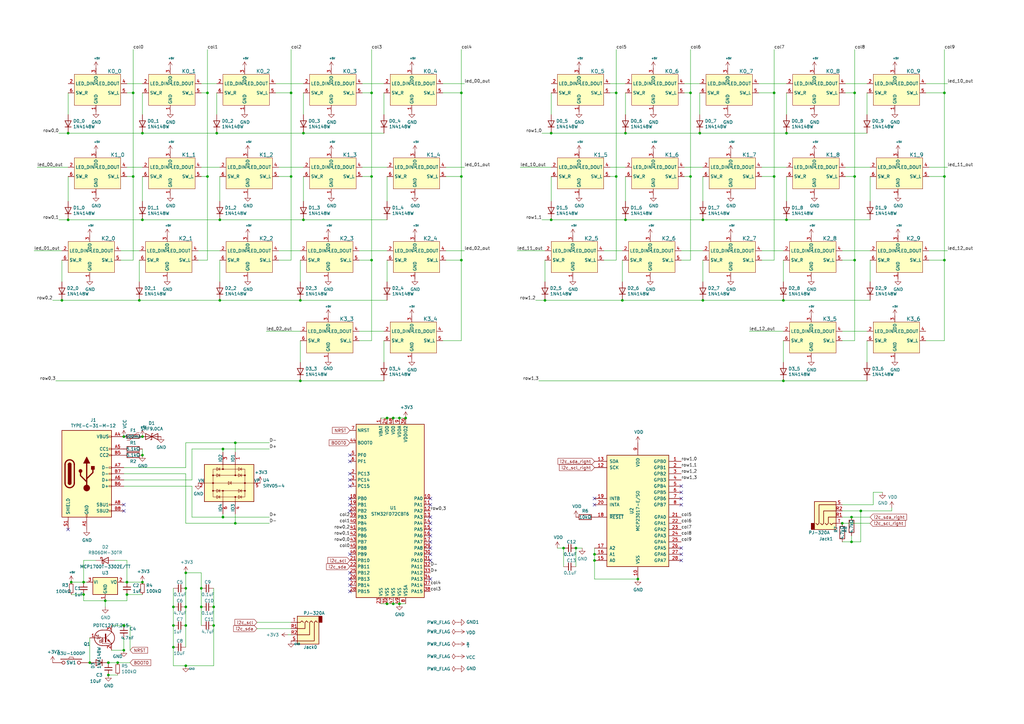
<source format=kicad_sch>
(kicad_sch (version 20230121) (generator eeschema)
  (paper "A3")
  (junction (at 189.23 38.1))
  (junction (at 87.63 248.92))
  (junction (at 256.54 90.17))
  (junction (at 252.73 72.39))
  (junction (at 90.17 123.19))
  (junction (at 96.52 214.63))
  (junction (at 71.12 256.54))
  (junction (at 58.42 186.69))
  (junction (at 152.4 106.68))
  (junction (at 58.42 90.17))
  (junction (at 91.44 212.09))
  (junction (at 50.8 179.07))
  (junction (at 387.35 106.68))
  (junction (at 161.29 171.45))
  (junction (at 256.54 54.61))
  (junction (at 236.22 224.79))
  (junction (at 223.52 123.19))
  (junction (at 322.58 54.61))
  (junction (at 353.06 209.55))
  (junction (at 85.09 38.1))
  (junction (at 52.07 238.76))
  (junction (at 243.84 229.87))
  (junction (at 58.42 238.76))
  (junction (at 189.23 72.39))
  (junction (at 288.29 90.17))
  (junction (at 27.94 54.61))
  (junction (at 288.29 123.19))
  (junction (at 226.06 54.61))
  (junction (at 124.46 54.61))
  (junction (at 71.12 248.92))
  (junction (at 158.75 247.65))
  (junction (at 163.83 171.45))
  (junction (at 283.21 38.1))
  (junction (at 261.62 237.49))
  (junction (at 123.19 123.19))
  (junction (at 189.23 106.68))
  (junction (at 322.58 90.17))
  (junction (at 163.83 247.65))
  (junction (at 321.31 156.21))
  (junction (at 255.27 123.19))
  (junction (at 166.37 171.45))
  (junction (at 85.09 72.39))
  (junction (at 349.25 222.25))
  (junction (at 27.94 90.17))
  (junction (at 50.8 266.7))
  (junction (at 158.75 171.45))
  (junction (at 25.4 123.19))
  (junction (at 317.5 38.1))
  (junction (at 88.9 54.61))
  (junction (at 58.42 179.07))
  (junction (at 54.61 38.1))
  (junction (at 58.42 54.61))
  (junction (at 48.26 271.78))
  (junction (at 317.5 72.39))
  (junction (at 283.21 72.39))
  (junction (at 243.84 227.33))
  (junction (at 119.38 38.1))
  (junction (at 91.44 184.15))
  (junction (at 76.2 248.92))
  (junction (at 252.73 38.1))
  (junction (at 76.2 241.3))
  (junction (at 57.15 123.19))
  (junction (at 119.38 72.39))
  (junction (at 29.21 238.76))
  (junction (at 96.52 181.61))
  (junction (at 387.35 38.1))
  (junction (at 54.61 72.39))
  (junction (at 350.52 106.68))
  (junction (at 152.4 38.1))
  (junction (at 82.55 241.3))
  (junction (at 43.18 246.38))
  (junction (at 161.29 247.65))
  (junction (at 34.29 238.76))
  (junction (at 350.52 38.1))
  (junction (at 124.46 90.17))
  (junction (at 231.14 224.79))
  (junction (at 76.2 234.95))
  (junction (at 50.8 256.54))
  (junction (at 287.02 54.61))
  (junction (at 52.07 243.84))
  (junction (at 387.35 72.39))
  (junction (at 226.06 90.17))
  (junction (at 44.45 276.86))
  (junction (at 44.45 271.78))
  (junction (at 90.17 90.17))
  (junction (at 350.52 72.39))
  (junction (at 36.83 271.78))
  (junction (at 34.29 243.84))
  (junction (at 123.19 156.21))
  (junction (at 321.31 123.19))
  (junction (at 76.2 273.05))
  (junction (at 345.44 214.63))
  (junction (at 152.4 72.39))
  (junction (at 82.55 248.92))
  (junction (at 71.12 265.43))
  (junction (at 87.63 256.54))
  (junction (at 76.2 256.54))
  (junction (at 349.25 212.09))
  (no_connect (at 176.53 204.47))
  (no_connect (at 143.51 189.23))
  (no_connect (at 143.51 234.95))
  (no_connect (at 279.4 199.39))
  (no_connect (at 176.53 237.49))
  (no_connect (at 243.84 204.47))
  (no_connect (at 143.51 240.03))
  (no_connect (at 143.51 209.55))
  (no_connect (at 143.51 204.47))
  (no_connect (at 176.53 222.25))
  (no_connect (at 279.4 224.79))
  (no_connect (at 143.51 207.01))
  (no_connect (at 176.53 207.01))
  (no_connect (at 143.51 242.57))
  (no_connect (at 176.53 217.17))
  (no_connect (at 279.4 207.01))
  (no_connect (at 27.94 217.17))
  (no_connect (at 176.53 219.71))
  (no_connect (at 279.4 227.33))
  (no_connect (at 176.53 212.09))
  (no_connect (at 279.4 204.47))
  (no_connect (at 143.51 237.49))
  (no_connect (at 176.53 214.63))
  (no_connect (at 243.84 207.01))
  (no_connect (at 143.51 199.39))
  (no_connect (at 50.8 209.55))
  (no_connect (at 143.51 194.31))
  (no_connect (at 176.53 224.79))
  (no_connect (at 143.51 186.69))
  (no_connect (at 279.4 201.93))
  (no_connect (at 176.53 229.87))
  (no_connect (at 143.51 196.85))
  (no_connect (at 176.53 227.33))
  (no_connect (at 279.4 229.87))
  (no_connect (at 143.51 227.33))
  (no_connect (at 50.8 207.01))
  (wire (pts (xy 156.21 171.45) (xy 158.75 171.45)))
  (wire (pts (xy 307.34 135.89) (xy 321.31 135.89)))
  (wire (pts (xy 96.52 214.63) (xy 110.49 214.63)))
  (wire (pts (xy 317.5 106.68) (xy 317.5 72.39)))
  (wire (pts (xy 85.09 38.1) (xy 85.09 20.32)))
  (wire (pts (xy 82.55 34.29) (xy 88.9 34.29)))
  (wire (pts (xy 252.73 106.68) (xy 252.73 72.39)))
  (wire (pts (xy 148.59 38.1) (xy 152.4 38.1)))
  (wire (pts (xy 283.21 106.68) (xy 283.21 72.39)))
  (wire (pts (xy 287.02 54.61) (xy 322.58 54.61)))
  (wire (pts (xy 356.87 106.68) (xy 356.87 115.57)))
  (wire (pts (xy 157.48 38.1) (xy 157.48 46.99)))
  (wire (pts (xy 226.06 72.39) (xy 226.06 82.55)))
  (wire (pts (xy 27.94 90.17) (xy 58.42 90.17)))
  (wire (pts (xy 379.73 38.1) (xy 387.35 38.1)))
  (wire (pts (xy 81.28 102.87) (xy 90.17 102.87)))
  (wire (pts (xy 71.12 273.05) (xy 76.2 273.05)))
  (wire (pts (xy 212.09 102.87) (xy 223.52 102.87)))
  (wire (pts (xy 54.61 20.32) (xy 54.61 38.1)))
  (wire (pts (xy 50.8 191.77) (xy 76.2 191.77)))
  (wire (pts (xy 52.07 38.1) (xy 54.61 38.1)))
  (wire (pts (xy 76.2 181.61) (xy 96.52 181.61)))
  (wire (pts (xy 50.8 194.31) (xy 76.2 194.31)))
  (wire (pts (xy 148.59 68.58) (xy 158.75 68.58)))
  (wire (pts (xy 379.73 34.29) (xy 388.62 34.29)))
  (wire (pts (xy 312.42 72.39) (xy 317.5 72.39)))
  (wire (pts (xy 53.34 266.7) (xy 53.34 256.54)))
  (wire (pts (xy 52.07 68.58) (xy 58.42 68.58)))
  (wire (pts (xy 250.19 68.58) (xy 256.54 68.58)))
  (wire (pts (xy 288.29 72.39) (xy 288.29 82.55)))
  (wire (pts (xy 25.4 106.68) (xy 25.4 115.57)))
  (wire (pts (xy 189.23 72.39) (xy 189.23 106.68)))
  (wire (pts (xy 321.31 123.19) (xy 356.87 123.19)))
  (wire (pts (xy 35.56 238.76) (xy 34.29 238.76)))
  (wire (pts (xy 78.74 199.39) (xy 78.74 212.09)))
  (wire (pts (xy 345.44 102.87) (xy 356.87 102.87)))
  (wire (pts (xy 58.42 38.1) (xy 58.42 46.99)))
  (wire (pts (xy 71.12 241.3) (xy 71.12 248.92)))
  (wire (pts (xy 158.75 72.39) (xy 158.75 82.55)))
  (wire (pts (xy 34.29 243.84) (xy 34.29 246.38)))
  (wire (pts (xy 288.29 123.19) (xy 321.31 123.19)))
  (wire (pts (xy 321.31 156.21) (xy 355.6 156.21)))
  (wire (pts (xy 27.94 72.39) (xy 27.94 82.55)))
  (wire (pts (xy 24.13 90.17) (xy 27.94 90.17)))
  (wire (pts (xy 243.84 227.33) (xy 243.84 229.87)))
  (wire (pts (xy 345.44 139.7) (xy 350.52 139.7)))
  (wire (pts (xy 21.59 123.19) (xy 25.4 123.19)))
  (wire (pts (xy 82.55 234.95) (xy 82.55 241.3)))
  (wire (pts (xy 34.29 238.76) (xy 34.29 229.87)))
  (wire (pts (xy 82.55 38.1) (xy 85.09 38.1)))
  (wire (pts (xy 349.25 219.71) (xy 349.25 222.25)))
  (wire (pts (xy 321.31 139.7) (xy 321.31 148.59)))
  (wire (pts (xy 113.03 38.1) (xy 119.38 38.1)))
  (wire (pts (xy 243.84 237.49) (xy 261.62 237.49)))
  (wire (pts (xy 353.06 209.55) (xy 365.76 209.55)))
  (wire (pts (xy 48.26 271.78) (xy 44.45 271.78)))
  (wire (pts (xy 119.38 106.68) (xy 119.38 72.39)))
  (wire (pts (xy 96.52 214.63) (xy 96.52 210.82)))
  (wire (pts (xy 152.4 72.39) (xy 152.4 106.68)))
  (wire (pts (xy 152.4 72.39) (xy 152.4 38.1)))
  (wire (pts (xy 387.35 72.39) (xy 387.35 38.1)))
  (wire (pts (xy 381 68.58) (xy 388.62 68.58)))
  (wire (pts (xy 181.61 139.7) (xy 189.23 139.7)))
  (wire (pts (xy 123.19 139.7) (xy 123.19 148.59)))
  (wire (pts (xy 96.52 181.61) (xy 96.52 185.42)))
  (wire (pts (xy 147.32 102.87) (xy 158.75 102.87)))
  (wire (pts (xy 76.2 194.31) (xy 76.2 214.63)))
  (wire (pts (xy 236.22 232.41) (xy 236.22 224.79)))
  (wire (pts (xy 387.35 38.1) (xy 387.35 20.32)))
  (wire (pts (xy 189.23 72.39) (xy 189.23 38.1)))
  (wire (pts (xy 228.6 224.79) (xy 231.14 224.79)))
  (wire (pts (xy 350.52 139.7) (xy 350.52 106.68)))
  (wire (pts (xy 226.06 54.61) (xy 256.54 54.61)))
  (wire (pts (xy 181.61 38.1) (xy 189.23 38.1)))
  (wire (pts (xy 76.2 191.77) (xy 76.2 181.61)))
  (wire (pts (xy 96.52 181.61) (xy 110.49 181.61)))
  (wire (pts (xy 356.87 72.39) (xy 356.87 82.55)))
  (wire (pts (xy 124.46 90.17) (xy 158.75 90.17)))
  (wire (pts (xy 87.63 248.92) (xy 87.63 241.3)))
  (wire (pts (xy 109.22 135.89) (xy 123.19 135.89)))
  (wire (pts (xy 350.52 38.1) (xy 350.52 20.32)))
  (wire (pts (xy 88.9 38.1) (xy 88.9 46.99)))
  (wire (pts (xy 34.29 229.87) (xy 39.37 229.87)))
  (wire (pts (xy 345.44 106.68) (xy 350.52 106.68)))
  (wire (pts (xy 44.45 276.86) (xy 48.26 276.86)))
  (wire (pts (xy 345.44 214.63) (xy 356.87 214.63)))
  (wire (pts (xy 322.58 54.61) (xy 355.6 54.61)))
  (wire (pts (xy 250.19 72.39) (xy 252.73 72.39)))
  (wire (pts (xy 119.38 72.39) (xy 119.38 38.1)))
  (wire (pts (xy 189.23 38.1) (xy 189.23 20.32)))
  (wire (pts (xy 76.2 241.3) (xy 76.2 234.95)))
  (wire (pts (xy 157.48 139.7) (xy 157.48 148.59)))
  (wire (pts (xy 322.58 90.17) (xy 356.87 90.17)))
  (wire (pts (xy 29.21 243.84) (xy 34.29 243.84)))
  (wire (pts (xy 250.19 34.29) (xy 256.54 34.29)))
  (wire (pts (xy 222.25 54.61) (xy 226.06 54.61)))
  (wire (pts (xy 50.8 196.85) (xy 78.74 196.85)))
  (wire (pts (xy 181.61 34.29) (xy 190.5 34.29)))
  (wire (pts (xy 49.53 106.68) (xy 54.61 106.68)))
  (wire (pts (xy 243.84 224.79) (xy 243.84 227.33)))
  (wire (pts (xy 91.44 212.09) (xy 91.44 210.82)))
  (wire (pts (xy 81.28 106.68) (xy 85.09 106.68)))
  (wire (pts (xy 147.32 135.89) (xy 157.48 135.89)))
  (wire (pts (xy 231.14 232.41) (xy 231.14 224.79)))
  (wire (pts (xy 353.06 222.25) (xy 353.06 209.55)))
  (wire (pts (xy 280.67 34.29) (xy 287.02 34.29)))
  (wire (pts (xy 50.8 199.39) (xy 78.74 199.39)))
  (wire (pts (xy 124.46 72.39) (xy 124.46 82.55)))
  (wire (pts (xy 27.94 54.61) (xy 58.42 54.61)))
  (wire (pts (xy 123.19 156.21) (xy 157.48 156.21)))
  (wire (pts (xy 255.27 123.19) (xy 288.29 123.19)))
  (wire (pts (xy 256.54 72.39) (xy 256.54 82.55)))
  (wire (pts (xy 219.71 123.19) (xy 223.52 123.19)))
  (wire (pts (xy 182.88 106.68) (xy 189.23 106.68)))
  (wire (pts (xy 156.21 247.65) (xy 158.75 247.65)))
  (wire (pts (xy 52.07 238.76) (xy 58.42 238.76)))
  (wire (pts (xy 53.34 256.54) (xy 50.8 256.54)))
  (wire (pts (xy 358.14 201.93) (xy 361.95 201.93)))
  (wire (pts (xy 34.29 246.38) (xy 43.18 246.38)))
  (wire (pts (xy 85.09 72.39) (xy 85.09 38.1)))
  (wire (pts (xy 57.15 106.68) (xy 57.15 115.57)))
  (wire (pts (xy 54.61 106.68) (xy 54.61 72.39)))
  (wire (pts (xy 312.42 68.58) (xy 322.58 68.58)))
  (wire (pts (xy 114.3 68.58) (xy 124.46 68.58)))
  (wire (pts (xy 45.72 266.7) (xy 50.8 266.7)))
  (wire (pts (xy 288.29 90.17) (xy 322.58 90.17)))
  (wire (pts (xy 124.46 38.1) (xy 124.46 46.99)))
  (wire (pts (xy 287.02 38.1) (xy 287.02 46.99)))
  (wire (pts (xy 283.21 72.39) (xy 283.21 38.1)))
  (wire (pts (xy 223.52 123.19) (xy 255.27 123.19)))
  (wire (pts (xy 182.88 102.87) (xy 190.5 102.87)))
  (wire (pts (xy 27.94 38.1) (xy 27.94 46.99)))
  (wire (pts (xy 255.27 106.68) (xy 255.27 115.57)))
  (wire (pts (xy 123.19 106.68) (xy 123.19 115.57)))
  (wire (pts (xy 87.63 256.54) (xy 87.63 248.92)))
  (wire (pts (xy 279.4 102.87) (xy 288.29 102.87)))
  (wire (pts (xy 58.42 90.17) (xy 90.17 90.17)))
  (wire (pts (xy 321.31 106.68) (xy 321.31 115.57)))
  (wire (pts (xy 114.3 102.87) (xy 123.19 102.87)))
  (wire (pts (xy 123.19 123.19) (xy 158.75 123.19)))
  (wire (pts (xy 50.8 238.76) (xy 52.07 238.76)))
  (wire (pts (xy 71.12 256.54) (xy 71.12 265.43)))
  (wire (pts (xy 88.9 54.61) (xy 124.46 54.61)))
  (wire (pts (xy 279.4 106.68) (xy 283.21 106.68)))
  (wire (pts (xy 147.32 106.68) (xy 152.4 106.68)))
  (wire (pts (xy 280.67 72.39) (xy 283.21 72.39)))
  (wire (pts (xy 355.6 38.1) (xy 355.6 46.99)))
  (wire (pts (xy 311.15 38.1) (xy 317.5 38.1)))
  (wire (pts (xy 158.75 171.45) (xy 161.29 171.45)))
  (wire (pts (xy 152.4 139.7) (xy 152.4 106.68)))
  (wire (pts (xy 158.75 106.68) (xy 158.75 115.57)))
  (wire (pts (xy 317.5 72.39) (xy 317.5 38.1)))
  (wire (pts (xy 24.13 54.61) (xy 27.94 54.61)))
  (wire (pts (xy 53.34 271.78) (xy 48.26 271.78)))
  (wire (pts (xy 82.55 68.58) (xy 90.17 68.58)))
  (wire (pts (xy 158.75 247.65) (xy 161.29 247.65)))
  (wire (pts (xy 76.2 234.95) (xy 82.55 234.95)))
  (wire (pts (xy 166.37 247.65) (xy 163.83 247.65)))
  (wire (pts (xy 119.38 260.35) (xy 118.11 260.35)))
  (wire (pts (xy 71.12 265.43) (xy 71.12 273.05)))
  (wire (pts (xy 45.72 256.54) (xy 50.8 256.54)))
  (wire (pts (xy 182.88 72.39) (xy 189.23 72.39)))
  (wire (pts (xy 52.07 246.38) (xy 52.07 243.84)))
  (wire (pts (xy 50.8 266.7) (xy 50.8 261.62)))
  (wire (pts (xy 381 106.68) (xy 387.35 106.68)))
  (wire (pts (xy 311.15 34.29) (xy 322.58 34.29)))
  (wire (pts (xy 15.24 68.58) (xy 27.94 68.58)))
  (wire (pts (xy 346.71 68.58) (xy 356.87 68.58)))
  (wire (pts (xy 124.46 54.61) (xy 157.48 54.61)))
  (wire (pts (xy 163.83 171.45) (xy 166.37 171.45)))
  (wire (pts (xy 355.6 139.7) (xy 355.6 148.59)))
  (wire (pts (xy 114.3 72.39) (xy 119.38 72.39)))
  (wire (pts (xy 152.4 38.1) (xy 152.4 20.32)))
  (wire (pts (xy 161.29 171.45) (xy 163.83 171.45)))
  (wire (pts (xy 22.86 156.21) (xy 123.19 156.21)))
  (wire (pts (xy 43.18 246.38) (xy 43.18 248.92)))
  (wire (pts (xy 71.12 248.92) (xy 71.12 256.54)))
  (wire (pts (xy 34.29 238.76) (xy 29.21 238.76)))
  (wire (pts (xy 247.65 102.87) (xy 255.27 102.87)))
  (wire (pts (xy 82.55 72.39) (xy 85.09 72.39)))
  (wire (pts (xy 49.53 102.87) (xy 57.15 102.87)))
  (wire (pts (xy 36.83 261.62) (xy 36.83 271.78)))
  (wire (pts (xy 52.07 34.29) (xy 58.42 34.29)))
  (wire (pts (xy 350.52 72.39) (xy 350.52 38.1)))
  (wire (pts (xy 379.73 139.7) (xy 387.35 139.7)))
  (wire (pts (xy 52.07 238.76) (xy 52.07 229.87)))
  (wire (pts (xy 58.42 54.61) (xy 88.9 54.61)))
  (wire (pts (xy 346.71 72.39) (xy 350.52 72.39)))
  (wire (pts (xy 243.84 229.87) (xy 243.84 237.49)))
  (wire (pts (xy 252.73 72.39) (xy 252.73 38.1)))
  (wire (pts (xy 189.23 139.7) (xy 189.23 106.68)))
  (wire (pts (xy 226.06 38.1) (xy 226.06 46.99)))
  (wire (pts (xy 387.35 72.39) (xy 387.35 106.68)))
  (wire (pts (xy 105.41 255.27) (xy 119.38 255.27)))
  (wire (pts (xy 82.55 248.92) (xy 82.55 256.54)))
  (wire (pts (xy 222.25 90.17) (xy 226.06 90.17)))
  (wire (pts (xy 349.25 222.25) (xy 345.44 222.25)))
  (wire (pts (xy 90.17 106.68) (xy 90.17 115.57)))
  (wire (pts (xy 322.58 38.1) (xy 322.58 46.99)))
  (wire (pts (xy 365.76 209.55) (xy 365.76 208.28)))
  (wire (pts (xy 322.58 72.39) (xy 322.58 82.55)))
  (wire (pts (xy 58.42 184.15) (xy 58.42 186.69)))
  (wire (pts (xy 345.44 212.09) (xy 349.25 212.09)))
  (wire (pts (xy 283.21 38.1) (xy 283.21 20.32)))
  (wire (pts (xy 76.2 214.63) (xy 96.52 214.63)))
  (wire (pts (xy 288.29 106.68) (xy 288.29 115.57)))
  (wire (pts (xy 252.73 20.32) (xy 252.73 38.1)))
  (wire (pts (xy 52.07 72.39) (xy 54.61 72.39)))
  (wire (pts (xy 317.5 38.1) (xy 317.5 20.32)))
  (wire (pts (xy 256.54 90.17) (xy 288.29 90.17)))
  (wire (pts (xy 43.18 246.38) (xy 52.07 246.38)))
  (wire (pts (xy 213.36 68.58) (xy 226.06 68.58)))
  (wire (pts (xy 90.17 72.39) (xy 90.17 82.55)))
  (wire (pts (xy 346.71 38.1) (xy 350.52 38.1)))
  (wire (pts (xy 147.32 139.7) (xy 152.4 139.7)))
  (wire (pts (xy 358.14 207.01) (xy 358.14 201.93)))
  (wire (pts (xy 256.54 54.61) (xy 287.02 54.61)))
  (wire (pts (xy 76.2 241.3) (xy 76.2 248.92)))
  (wire (pts (xy 76.2 248.92) (xy 76.2 256.54)))
  (wire (pts (xy 87.63 273.05) (xy 87.63 256.54)))
  (wire (pts (xy 387.35 139.7) (xy 387.35 106.68)))
  (wire (pts (xy 54.61 72.39) (xy 54.61 38.1)))
  (wire (pts (xy 350.52 72.39) (xy 350.52 106.68)))
  (wire (pts (xy 345.44 207.01) (xy 358.14 207.01)))
  (wire (pts (xy 91.44 184.15) (xy 91.44 185.42)))
  (wire (pts (xy 57.15 123.19) (xy 90.17 123.19)))
  (wire (pts (xy 85.09 106.68) (xy 85.09 72.39)))
  (wire (pts (xy 113.03 34.29) (xy 124.46 34.29)))
  (wire (pts (xy 223.52 106.68) (xy 223.52 115.57)))
  (wire (pts (xy 280.67 38.1) (xy 283.21 38.1)))
  (wire (pts (xy 346.71 34.29) (xy 355.6 34.29)))
  (wire (pts (xy 349.25 222.25) (xy 353.06 222.25)))
  (wire (pts (xy 148.59 72.39) (xy 152.4 72.39)))
  (wire (pts (xy 182.88 68.58) (xy 190.5 68.58)))
  (wire (pts (xy 90.17 123.19) (xy 123.19 123.19)))
  (wire (pts (xy 381 102.87) (xy 388.62 102.87)))
  (wire (pts (xy 91.44 184.15) (xy 110.49 184.15)))
  (wire (pts (xy 25.4 123.19) (xy 57.15 123.19)))
  (wire (pts (xy 312.42 102.87) (xy 321.31 102.87)))
  (wire (pts (xy 78.74 212.09) (xy 91.44 212.09)))
  (wire (pts (xy 52.07 243.84) (xy 58.42 243.84)))
  (wire (pts (xy 220.98 156.21) (xy 321.31 156.21)))
  (wire (pts (xy 78.74 184.15) (xy 91.44 184.15)))
  (wire (pts (xy 161.29 247.65) (xy 163.83 247.65)))
  (wire (pts (xy 78.74 196.85) (xy 78.74 184.15)))
  (wire (pts (xy 381 72.39) (xy 387.35 72.39)))
  (wire (pts (xy 76.2 256.54) (xy 76.2 265.43)))
  (wire (pts (xy 52.07 229.87) (xy 46.99 229.87)))
  (wire (pts (xy 345.44 135.89) (xy 355.6 135.89)))
  (wire (pts (xy 256.54 38.1) (xy 256.54 46.99)))
  (wire (pts (xy 114.3 106.68) (xy 119.38 106.68)))
  (wire (pts (xy 105.41 257.81) (xy 119.38 257.81)))
  (wire (pts (xy 250.19 38.1) (xy 252.73 38.1)))
  (wire (pts (xy 76.2 273.05) (xy 87.63 273.05)))
  (wire (pts (xy 238.76 224.79) (xy 236.22 224.79)))
  (wire (pts (xy 312.42 106.68) (xy 317.5 106.68)))
  (wire (pts (xy 349.25 212.09) (xy 356.87 212.09)))
  (wire (pts (xy 226.06 90.17) (xy 256.54 90.17)))
  (wire (pts (xy 119.38 38.1) (xy 119.38 20.32)))
  (wire (pts (xy 13.97 102.87) (xy 25.4 102.87)))
  (wire (pts (xy 247.65 106.68) (xy 252.73 106.68)))
  (wire (pts (xy 82.55 241.3) (xy 82.55 248.92)))
  (wire (pts (xy 91.44 212.09) (xy 110.49 212.09)))
  (wire (pts (xy 58.42 72.39) (xy 58.42 82.55)))
  (wire (pts (xy 90.17 90.17) (xy 124.46 90.17)))
  (wire (pts (xy 148.59 34.29) (xy 157.48 34.29)))
  (wire (pts (xy 345.44 209.55) (xy 353.06 209.55)))
  (wire (pts (xy 280.67 68.58) (xy 288.29 68.58)))
  (label "D-" (at 176.53 232.41 0))
  (label "col2" (at 119.38 20.32 0))
  (label "col8" (at 279.4 219.71 0))
  (label "row1,2" (at 219.71 123.19 180))
  (label "row0,1" (at 24.13 90.17 180))
  (label "col6" (at 279.4 214.63 0))
  (label "col5" (at 252.73 20.32 0))
  (label "D-" (at 110.49 214.63 0))
  (label "row0,1" (at 143.51 219.71 180))
  (label "row0,2" (at 21.59 123.19 180))
  (label "col3" (at 176.53 242.57 0))
  (label "row1,1" (at 222.25 90.17 180))
  (label "row1,2" (at 279.4 194.31 0))
  (label "led_10_out" (at 388.62 34.29 0))
  (label "row0,3" (at 176.53 209.55 0))
  (label "row0,2" (at 143.51 217.17 180))
  (label "row0,3" (at 22.86 156.21 180))
  (label "D+" (at 176.53 234.95 0))
  (label "row0,0" (at 24.13 54.61 180))
  (label "col4" (at 176.53 240.03 0))
  (label "col6" (at 283.21 20.32 0))
  (label "led_01_out" (at 190.5 68.58 0))
  (label "led_11_out" (at 212.09 102.87 0))
  (label "led_02_out" (at 190.5 102.87 0))
  (label "led_12_out" (at 388.62 102.87 0))
  (label "col8" (at 350.52 20.32 0))
  (label "row0,0" (at 143.51 222.25 180))
  (label "row1,0" (at 279.4 189.23 0))
  (label "row1,3" (at 220.98 156.21 180))
  (label "row1,3" (at 279.4 196.85 0))
  (label "led_11_out" (at 388.62 68.58 0))
  (label "led_01_out" (at 13.97 102.87 0))
  (label "led_00_out" (at 190.5 34.29 0))
  (label "col1" (at 143.51 214.63 180))
  (label "col3" (at 152.4 20.32 0))
  (label "led_10_out" (at 213.36 68.58 0))
  (label "col9" (at 279.4 222.25 0))
  (label "col5" (at 279.4 212.09 0))
  (label "col7" (at 279.4 217.17 0))
  (label "led_00_out" (at 15.24 68.58 0))
  (label "col0" (at 143.51 224.79 180))
  (label "led_12_out" (at 307.34 135.89 0))
  (label "col7" (at 317.5 20.32 0))
  (label "col0" (at 54.61 20.32 0))
  (label "row1,1" (at 279.4 191.77 0))
  (label "col1" (at 85.09 20.32 0))
  (label "row1,0" (at 222.25 54.61 180))
  (label "col2" (at 143.51 212.09 180))
  (label "D+" (at 110.49 184.15 0))
  (label "D-" (at 110.49 181.61 0))
  (label "col9" (at 387.35 20.32 0))
  (label "col4" (at 189.23 20.32 0))
  (label "led_02_out" (at 109.22 135.89 0))
  (label "D+" (at 110.49 212.09 0))
  (global_label "i2c_sda_right" (shape input) (at 243.84 189.23 180) (property "Intersheetrefs" "${INTERSHEET_REFS}" (effects hide)))
  (global_label "BOOT0" (shape input) (at 53.34 271.78 0) (property "Intersheetrefs" "${INTERSHEET_REFS}" (effects hide)))
  (global_label "i2c_sda" (shape input) (at 143.51 232.41 180) (property "Intersheetrefs" "${INTERSHEET_REFS}" (effects hide)))
  (global_label "i2c_sda_right" (shape input) (at 356.87 212.09 0) (property "Intersheetrefs" "${INTERSHEET_REFS}" (effects hide)))
  (global_label "NRST" (shape input) (at 53.34 266.7 0) (property "Intersheetrefs" "${INTERSHEET_REFS}" (effects hide)))
  (global_label "BOOT0" (shape input) (at 143.51 181.61 180) (property "Intersheetrefs" "${INTERSHEET_REFS}" (effects hide)))
  (global_label "i2c_sda" (shape input) (at 105.41 257.81 180) (property "Intersheetrefs" "${INTERSHEET_REFS}" (effects hide)))
  (global_label "i2c_scl_right" (shape input) (at 243.84 191.77 180) (property "Intersheetrefs" "${INTERSHEET_REFS}" (effects hide)))
  (global_label "i2c_scl" (shape input) (at 105.41 255.27 180) (property "Intersheetrefs" "${INTERSHEET_REFS}" (effects hide)))
  (global_label "i2c_scl" (shape input) (at 143.51 229.87 180) (property "Intersheetrefs" "${INTERSHEET_REFS}" (effects hide)))
  (global_label "NRST" (shape input) (at 143.51 176.53 180) (property "Intersheetrefs" "${INTERSHEET_REFS}" (effects hide)))
  (global_label "i2c_scl_right" (shape input) (at 356.87 214.63 0) (property "Intersheetrefs" "${INTERSHEET_REFS}" (effects hide)))
  (symbol (lib_id "Interface_Expansion:MCP23017_SO") (at 261.62 209.55 0) (unit 1)
    (property "Reference" "U2" (at 259.08 209.55 90))
    (property "Value" "MCP23017-E/SO" (at 261.62 209.55 90))
    (property "Footprint" "Package_SO:SOIC-28W_7.5x17.9mm_P1.27mm" (effects hide))
    (property "Datasheet" "http://ww1.microchip.com/downloads/en/DeviceDoc/20001952C.pdf" (effects hide))
    (property "LCSC Part" "C47023" (effects hide))
    (property "Part Name" "I/O Expander" (effects hide))
  )
  (symbol (lib_id "Device:R") (at 54.61 184.15 270) (unit 1)
    (property "Reference" "R1" (at 54.61 181.61 90))
    (property "Value" "5.1kΩ" (at 54.61 184.15 90))
    (property "Footprint" "Resistor_SMD:R_0805_2012Metric_Pad1.15x1.40mm_HandSolder" (effects hide))
    (property "LCSC Part" "C27834" (effects hide))
    (property "Part Name" "Resistor" (effects hide))
  )
  (symbol (lib_id "Device:R") (at 54.61 186.69 270) (unit 1)
    (property "Reference" "R2" (at 54.61 189.23 90))
    (property "Value" "5.1kΩ" (at 54.61 186.69 90))
    (property "Footprint" "Resistor_SMD:R_0805_2012Metric_Pad1.15x1.40mm_HandSolder" (effects hide))
    (property "LCSC Part" "C27834" (effects hide))
    (property "Part Name" "Resistor" (effects hide))
  )
  (symbol (lib_id "Device:C_Small") (at 233.68 224.79 270) (unit 1)
    (property "Reference" "C12" (at 232.41 222.25 90) (effects (justify left)))
    (property "Value" "0.1uF" (at 231.14 227.33 90) (effects (justify left)))
    (property "Footprint" "Capacitor_SMD:C_0805_2012Metric_Pad1.15x1.40mm_HandSolder" (effects hide))
    (property "LCSC Part" "C49678" (effects hide))
    (property "Part Name" "Capacitor" (effects hide))
  )
  (symbol (lib_id "ferris_high:KEYSW_Hotswap_SK6812") (at 39.37 34.29 0) (unit 1)
    (property "Reference" "K0_0" (at 46.99 29.21 0) (effects (font (size 1.524 1.524))))
    (property "Value" "KEYSW" (effects hide))
    (property "Footprint" "switches:MX" (effects hide))
    (property "DNP" "true" (effects hide))
    (property "JLCPCB BOM" "false" (effects hide))
    (property "Part Name" "Key" (effects hide))
  )
  (symbol (lib_id "Device:D") (at 27.94 50.8 90) (unit 1)
    (property "Reference" "D0_0" (at 29.972 49.6316 90) (effects (justify right)))
    (property "Value" "1N4148W" (at 29.972 51.943 90) (effects (justify right)))
    (property "Footprint" "Diode_SMD:D_SOD-123" (effects hide))
    (property "LCSC Part" "C81598" (effects hide))
    (property "Part Name" "Diode" (effects hide))
  )
  (symbol (lib_id "ferris_high:KEYSW_Hotswap_SK6812") (at 39.37 68.58 0) (unit 1)
    (property "Reference" "K1_0" (at 48.26 63.5 0) (effects (font (size 1.524 1.524))))
    (property "Value" "KEYSW" (effects hide))
    (property "Footprint" "switches:MX" (effects hide))
    (property "DNP" "true" (effects hide))
    (property "JLCPCB BOM" "false" (effects hide))
    (property "Part Name" "Key" (effects hide))
  )
  (symbol (lib_id "Device:D") (at 27.94 86.36 90) (unit 1)
    (property "Reference" "D1_0" (at 29.972 85.1916 90) (effects (justify right)))
    (property "Value" "1N4148W" (at 29.972 87.503 90) (effects (justify right)))
    (property "Footprint" "Diode_SMD:D_SOD-123" (effects hide))
    (property "LCSC Part" "C81598" (effects hide))
    (property "Part Name" "Diode" (effects hide))
  )
  (symbol (lib_id "Device:D") (at 58.42 50.8 90) (unit 1)
    (property "Reference" "D0_1" (at 60.452 49.6316 90) (effects (justify right)))
    (property "Value" "1N4148W" (at 60.452 51.943 90) (effects (justify right)))
    (property "Footprint" "Diode_SMD:D_SOD-123" (effects hide))
    (property "LCSC Part" "C81598" (effects hide))
    (property "Part Name" "Diode" (effects hide))
  )
  (symbol (lib_id "Device:D") (at 58.42 86.36 90) (unit 1)
    (property "Reference" "D1_1" (at 60.452 85.1916 90) (effects (justify right)))
    (property "Value" "1N4148W" (at 60.452 87.503 90) (effects (justify right)))
    (property "Footprint" "Diode_SMD:D_SOD-123" (effects hide))
    (property "LCSC Part" "C81598" (effects hide))
    (property "Part Name" "Diode" (effects hide))
  )
  (symbol (lib_id "ferris_high:KEYSW_Hotswap_SK6812") (at 69.85 68.58 0) (unit 1)
    (property "Reference" "K1_1" (at 77.47 63.5 0) (effects (font (size 1.524 1.524))))
    (property "Value" "KEYSW" (effects hide))
    (property "Footprint" "switches:MX" (effects hide))
    (property "DNP" "true" (effects hide))
    (property "JLCPCB BOM" "false" (effects hide))
    (property "Part Name" "Key" (effects hide))
  )
  (symbol (lib_id "ferris_high:KEYSW_Hotswap_SK6812") (at 100.33 34.29 0) (unit 1)
    (property "Reference" "K0_2" (at 107.95 29.21 0) (effects (font (size 1.524 1.524))))
    (property "Value" "KEYSW" (effects hide))
    (property "Footprint" "switches:MX" (effects hide))
    (property "DNP" "true" (effects hide))
    (property "JLCPCB BOM" "false" (effects hide))
    (property "Part Name" "Key" (effects hide))
  )
  (symbol (lib_id "Device:D") (at 88.9 50.8 90) (unit 1)
    (property "Reference" "D0_2" (at 90.932 49.6316 90) (effects (justify right)))
    (property "Value" "1N4148W" (at 90.932 51.943 90) (effects (justify right)))
    (property "Footprint" "Diode_SMD:D_SOD-123" (effects hide))
    (property "LCSC Part" "C81598" (effects hide))
    (property "Part Name" "Diode" (effects hide))
  )
  (symbol (lib_id "ferris_high:KEYSW_Hotswap_SK6812") (at 69.85 34.29 0) (unit 1)
    (property "Reference" "K0_1" (at 77.47 29.21 0) (effects (font (size 1.524 1.524))))
    (property "Value" "KEYSW" (effects hide))
    (property "Footprint" "switches:MX" (effects hide))
    (property "DNP" "true" (effects hide))
    (property "JLCPCB BOM" "false" (effects hide))
    (property "Part Name" "Key" (effects hide))
  )
  (symbol (lib_id "ferris_high:KEYSW_Hotswap_SK6812") (at 101.6 68.58 0) (unit 1)
    (property "Reference" "K1_2" (at 109.22 63.5 0) (effects (font (size 1.524 1.524))))
    (property "Value" "KEYSW" (effects hide))
    (property "Footprint" "switches:MX" (effects hide))
    (property "DNP" "true" (effects hide))
    (property "JLCPCB BOM" "false" (effects hide))
    (property "Part Name" "Key" (effects hide))
  )
  (symbol (lib_id "Device:D") (at 90.17 86.36 90) (unit 1)
    (property "Reference" "D1_2" (at 92.202 85.1916 90) (effects (justify right)))
    (property "Value" "1N4148W" (at 92.202 87.503 90) (effects (justify right)))
    (property "Footprint" "Diode_SMD:D_SOD-123" (effects hide))
    (property "LCSC Part" "C81598" (effects hide))
    (property "Part Name" "Diode" (effects hide))
  )
  (symbol (lib_id "ferris_high:KEYSW_Hotswap_SK6812") (at 36.83 102.87 0) (unit 1)
    (property "Reference" "K2_0" (at 44.45 97.79 0) (effects (font (size 1.524 1.524))))
    (property "Value" "KEYSW" (effects hide))
    (property "Footprint" "switches:MX" (effects hide))
    (property "DNP" "true" (effects hide))
    (property "JLCPCB BOM" "false" (effects hide))
    (property "Part Name" "Key" (effects hide))
  )
  (symbol (lib_id "Device:D") (at 25.4 119.38 90) (unit 1)
    (property "Reference" "D2_0" (at 27.432 118.2116 90) (effects (justify right)))
    (property "Value" "1N4148W" (at 27.432 120.523 90) (effects (justify right)))
    (property "Footprint" "Diode_SMD:D_SOD-123" (effects hide))
    (property "LCSC Part" "C81598" (effects hide))
    (property "Part Name" "Diode" (effects hide))
  )
  (symbol (lib_id "ferris_high:KEYSW_Hotswap_SK6812") (at 68.58 102.87 0) (unit 1)
    (property "Reference" "K2_1" (at 76.2 97.79 0) (effects (font (size 1.524 1.524))))
    (property "Value" "KEYSW" (effects hide))
    (property "Footprint" "switches:MX" (effects hide))
    (property "DNP" "true" (effects hide))
    (property "JLCPCB BOM" "false" (effects hide))
    (property "Part Name" "Key" (effects hide))
  )
  (symbol (lib_id "ferris_high:KEYSW_Hotswap_SK6812") (at 101.6 102.87 0) (unit 1)
    (property "Reference" "K2_2" (at 109.22 97.79 0) (effects (font (size 1.524 1.524))))
    (property "Value" "KEYSW" (effects hide))
    (property "Footprint" "switches:MX" (effects hide))
    (property "DNP" "true" (effects hide))
    (property "JLCPCB BOM" "false" (effects hide))
    (property "Part Name" "Key" (effects hide))
  )
  (symbol (lib_id "Device:D") (at 57.15 119.38 90) (unit 1)
    (property "Reference" "D2_1" (at 59.182 118.2116 90) (effects (justify right)))
    (property "Value" "1N4148W" (at 59.182 120.523 90) (effects (justify right)))
    (property "Footprint" "Diode_SMD:D_SOD-123" (effects hide))
    (property "LCSC Part" "C81598" (effects hide))
    (property "Part Name" "Diode" (effects hide))
  )
  (symbol (lib_id "Device:D") (at 90.17 119.38 90) (unit 1)
    (property "Reference" "D2_2" (at 92.202 118.2116 90) (effects (justify right)))
    (property "Value" "1N4148W" (at 92.202 120.523 90) (effects (justify right)))
    (property "Footprint" "Diode_SMD:D_SOD-123" (effects hide))
    (property "LCSC Part" "C81598" (effects hide))
    (property "Part Name" "Diode" (effects hide))
  )
  (symbol (lib_id "ferris_high:KEYSW_Hotswap_SK6812") (at 135.89 34.29 0) (unit 1)
    (property "Reference" "K0_3" (at 143.51 29.21 0) (effects (font (size 1.524 1.524))))
    (property "Value" "KEYSW" (effects hide))
    (property "Footprint" "switches:MX" (effects hide))
    (property "DNP" "true" (effects hide))
    (property "JLCPCB BOM" "false" (effects hide))
    (property "Part Name" "Key" (effects hide))
  )
  (symbol (lib_id "ferris_high:KEYSW_Hotswap_SK6812") (at 135.89 68.58 0) (unit 1)
    (property "Reference" "K1_3" (at 143.51 63.5 0) (effects (font (size 1.524 1.524))))
    (property "Value" "KEYSW" (effects hide))
    (property "Footprint" "switches:MX" (effects hide))
    (property "DNP" "true" (effects hide))
    (property "JLCPCB BOM" "false" (effects hide))
    (property "Part Name" "Key" (effects hide))
  )
  (symbol (lib_id "ferris_high:KEYSW_Hotswap_SK6812") (at 134.62 102.87 0) (unit 1)
    (property "Reference" "K2_3" (at 142.24 97.79 0) (effects (font (size 1.524 1.524))))
    (property "Value" "KEYSW" (effects hide))
    (property "Footprint" "switches:MX" (effects hide))
    (property "DNP" "true" (effects hide))
    (property "JLCPCB BOM" "false" (effects hide))
    (property "Part Name" "Key" (effects hide))
  )
  (symbol (lib_id "Device:D") (at 124.46 50.8 90) (unit 1)
    (property "Reference" "D0_3" (at 126.492 49.6316 90) (effects (justify right)))
    (property "Value" "1N4148W" (at 126.492 51.943 90) (effects (justify right)))
    (property "Footprint" "Diode_SMD:D_SOD-123" (effects hide))
    (property "LCSC Part" "C81598" (effects hide))
    (property "Part Name" "Diode" (effects hide))
  )
  (symbol (lib_id "Device:D") (at 124.46 86.36 90) (unit 1)
    (property "Reference" "D1_3" (at 126.492 85.1916 90) (effects (justify right)))
    (property "Value" "1N4148W" (at 126.492 87.503 90) (effects (justify right)))
    (property "Footprint" "Diode_SMD:D_SOD-123" (effects hide))
    (property "LCSC Part" "C81598" (effects hide))
    (property "Part Name" "Diode" (effects hide))
  )
  (symbol (lib_id "Device:D") (at 123.19 119.38 90) (unit 1)
    (property "Reference" "D2_3" (at 125.222 118.2116 90) (effects (justify right)))
    (property "Value" "1N4148W" (at 125.222 120.523 90) (effects (justify right)))
    (property "Footprint" "Diode_SMD:D_SOD-123" (effects hide))
    (property "LCSC Part" "C81598" (effects hide))
    (property "Part Name" "Diode" (effects hide))
  )
  (symbol (lib_id "ferris_high:KEYSW_Hotswap_SK6812") (at 168.91 34.29 0) (unit 1)
    (property "Reference" "K0_4" (at 176.53 29.21 0) (effects (font (size 1.524 1.524))))
    (property "Value" "KEYSW" (effects hide))
    (property "Footprint" "switches:MX" (effects hide))
    (property "DNP" "true" (effects hide))
    (property "JLCPCB BOM" "false" (effects hide))
    (property "Part Name" "Key" (effects hide))
  )
  (symbol (lib_id "Device:D") (at 157.48 50.8 90) (unit 1)
    (property "Reference" "D0_4" (at 159.512 49.6316 90) (effects (justify right)))
    (property "Value" "1N4148W" (at 159.512 51.943 90) (effects (justify right)))
    (property "Footprint" "Diode_SMD:D_SOD-123" (effects hide))
    (property "LCSC Part" "C81598" (effects hide))
    (property "Part Name" "Diode" (effects hide))
  )
  (symbol (lib_id "ferris_high:KEYSW_Hotswap_SK6812") (at 170.18 68.58 0) (unit 1)
    (property "Reference" "K1_4" (at 177.8 63.5 0) (effects (font (size 1.524 1.524))))
    (property "Value" "KEYSW" (effects hide))
    (property "Footprint" "switches:MX" (effects hide))
    (property "DNP" "true" (effects hide))
    (property "JLCPCB BOM" "false" (effects hide))
    (property "Part Name" "Key" (effects hide))
  )
  (symbol (lib_id "Device:D") (at 158.75 86.36 90) (unit 1)
    (property "Reference" "D1_4" (at 160.782 85.1916 90) (effects (justify right)))
    (property "Value" "1N4148W" (at 160.782 87.503 90) (effects (justify right)))
    (property "Footprint" "Diode_SMD:D_SOD-123" (effects hide))
    (property "LCSC Part" "C81598" (effects hide))
    (property "Part Name" "Diode" (effects hide))
  )
  (symbol (lib_id "ferris_high:KEYSW_Hotswap_SK6812") (at 170.18 102.87 0) (unit 1)
    (property "Reference" "K2_4" (at 176.53 97.79 0) (effects (font (size 1.524 1.524))))
    (property "Value" "KEYSW" (effects hide))
    (property "Footprint" "switches:MX" (effects hide))
    (property "DNP" "true" (effects hide))
    (property "JLCPCB BOM" "false" (effects hide))
    (property "Part Name" "Key" (effects hide))
  )
  (symbol (lib_id "Device:D") (at 158.75 119.38 90) (unit 1)
    (property "Reference" "D2_4" (at 160.782 118.2116 90) (effects (justify right)))
    (property "Value" "1N4148W" (at 160.782 120.523 90) (effects (justify right)))
    (property "Footprint" "Diode_SMD:D_SOD-123" (effects hide))
    (property "LCSC Part" "C81598" (effects hide))
    (property "Part Name" "Diode" (effects hide))
  )
  (symbol (lib_id "ferris_high:KEYSW_Hotswap_SK6812") (at 134.62 135.89 0) (unit 1)
    (property "Reference" "K3_3" (at 142.24 130.81 0) (effects (font (size 1.524 1.524))))
    (property "Value" "KEYSW" (effects hide))
    (property "Footprint" "switches:MX" (effects hide))
    (property "DNP" "true" (effects hide))
    (property "JLCPCB BOM" "false" (effects hide))
    (property "Part Name" "Key" (effects hide))
  )
  (symbol (lib_id "ferris_high:KEYSW_Hotswap_SK6812") (at 168.91 135.89 0) (unit 1)
    (property "Reference" "K3_4" (at 176.53 130.81 0) (effects (font (size 1.524 1.524))))
    (property "Value" "KEYSW" (effects hide))
    (property "Footprint" "switches:MX" (effects hide))
    (property "DNP" "true" (effects hide))
    (property "JLCPCB BOM" "false" (effects hide))
    (property "Part Name" "Key" (effects hide))
  )
  (symbol (lib_id "Device:D") (at 123.19 152.4 90) (unit 1)
    (property "Reference" "D3_3" (at 125.222 151.2316 90) (effects (justify right)))
    (property "Value" "1N4148W" (at 125.222 153.543 90) (effects (justify right)))
    (property "Footprint" "Diode_SMD:D_SOD-123" (effects hide))
    (property "LCSC Part" "C81598" (effects hide))
    (property "Part Name" "Diode" (effects hide))
  )
  (symbol (lib_id "Device:D") (at 157.48 152.4 90) (unit 1)
    (property "Reference" "D3_4" (at 159.512 151.2316 90) (effects (justify right)))
    (property "Value" "1N4148W" (at 159.512 153.543 90) (effects (justify right)))
    (property "Footprint" "Diode_SMD:D_SOD-123" (effects hide))
    (property "LCSC Part" "C81598" (effects hide))
    (property "Part Name" "Diode" (effects hide))
  )
  (symbol (lib_id "Connector:USB_C_Receptacle_USB2.0") (at 35.56 194.31 0) (unit 1)
    (property "Reference" "J1" (at 38.2778 172.2882 0))
    (property "Value" "TYPE-C-31-M-12" (at 38.2778 174.5996 0))
    (property "Footprint" "Connector_USB:USB_C_Receptacle_HRO_TYPE-C-31-M-12" (effects hide))
    (property "Datasheet" "https://www.usb.org/sites/default/files/documents/usb_type-c.zip" (effects hide))
    (property "LCSC Part" "C165948" (effects hide))
    (property "Part Name" "USB C" (effects hide))
  )
  (symbol (lib_id "Device:Polyfuse") (at 54.61 179.07 270) (unit 1)
    (property "Reference" "F1" (at 54.61 176.53 90))
    (property "Value" "500mA" (at 54.61 179.07 90))
    (property "Footprint" "Fuse:Fuse_1206_3216Metric" (effects hide))
    (property "LCSC Part" "C151162" (effects hide))
    (property "Part Name" "Polyfuse" (effects hide))
  )
  (symbol (lib_id "power:+5V") (at 58.42 179.07 0) (unit 1)
    (property "Reference" "#PWR0102" (effects hide))
    (property "Value" "+5V" (at 58.801 175.0568 0) (effects (font (size 0.762 0.762))))
  )
  (symbol (lib_id "Connector:AudioJack4") (at 340.36 209.55 0) (unit 1)
    (property "Reference" "Jack1" (at 341.63 220.98 0) (effects (justify right)))
    (property "Value" "PJ-320A" (at 340.36 218.44 0) (effects (justify right)))
    (property "Footprint" "kbd:TRRS-PJ-320A" (effects hide))
    (property "LCSC Part" "C12569" (effects hide))
    (property "Part Name" "TRRS Jack" (effects hide))
  )
  (symbol (lib_id "power:GND") (at 119.38 262.89 0) (unit 1)
    (property "Reference" "#PWR0106" (effects hide))
    (property "Value" "GND" (at 120.65 264.16 0) (effects (font (size 0.762 0.762)) (justify left)))
  )
  (symbol (lib_id "power:VCC") (at 50.8 179.07 0) (unit 1)
    (property "Reference" "#PWR0109" (effects hide))
    (property "Value" "VCC" (at 51.181 175.8442 90) (effects (justify left)))
  )
  (symbol (lib_id "MCU_ST_STM32F0:STM32F072CBUx") (at 161.29 209.55 0) (unit 1)
    (property "Reference" "U1" (at 161.29 208.28 0))
    (property "Value" "STM32F072CBT6" (at 160.02 210.82 0))
    (property "Footprint" "breakout_pins:Dual_MCU_QFP_QFN_48_with_breakout_pins" (effects hide))
    (property "Datasheet" "http://www.st.com/st-web-ui/static/active/en/resource/technical/document/datasheet/DM00090510.pdf" (effects hide))
    (property "LCSC Part" "C81720" (effects hide))
    (property "Part Name" "MCU" (effects hide))
  )
  (symbol (lib_id "Power_Protection:SRV05-4") (at 93.98 198.12 270) (unit 1)
    (property "Reference" "U4" (at 107.7976 196.9516 90) (effects (justify left)))
    (property "Value" "SRV05-4" (at 107.7976 199.263 90) (effects (justify left)))
    (property "Footprint" "Package_TO_SOT_SMD:SOT-23-6" (effects hide))
    (property "Datasheet" "http://www.onsemi.com/pub/Collateral/SRV05-4-D.PDF" (effects hide))
    (property "LCSC Part" "C558418" (effects hide))
    (property "Part Name" "TVS Diode Array" (effects hide))
  )
  (symbol (lib_id "power:GND") (at 261.62 237.49 0) (unit 1)
    (property "Reference" "#PWR0118" (effects hide))
    (property "Value" "GND" (at 261.747 241.8842 0))
  )
  (symbol (lib_id "power:GND") (at 238.76 224.79 0) (unit 1)
    (property "Reference" "#PWR0120" (effects hide))
    (property "Value" "GND" (at 238.887 229.1842 0))
  )
  (symbol (lib_id "power:+3.3V") (at 166.37 171.45 0) (unit 1)
    (property "Reference" "#PWR0101" (effects hide))
    (property "Value" "+3.3V" (at 166.751 167.0558 0))
  )
  (symbol (lib_id "Device:C_Small") (at 44.45 274.32 0) (unit 1)
    (property "Reference" "C3" (at 39.37 276.86 0) (effects (justify left)))
    (property "Value" "10uF" (at 36.83 279.4 0) (effects (justify left)))
    (property "Footprint" "Capacitor_SMD:C_0805_2012Metric_Pad1.15x1.40mm_HandSolder" (effects hide))
    (property "LCSC Part" "C17024" (effects hide))
    (property "Part Name" "Capacitor" (effects hide))
  )
  (symbol (lib_id "Device:R_Small") (at 48.26 274.32 0) (unit 1)
    (property "Reference" "R5" (at 49.7586 273.1516 0) (effects (justify left)))
    (property "Value" "100kΩ" (at 49.7586 275.463 0) (effects (justify left)))
    (property "Footprint" "Resistor_SMD:R_0805_2012Metric_Pad1.15x1.40mm_HandSolder" (effects hide))
    (property "LCSC Part" "C149504" (effects hide))
    (property "Part Name" "Resistor" (effects hide))
  )
  (symbol (lib_id "Device:D") (at 40.64 271.78 180) (unit 1)
    (property "Reference" "D3" (at 38.1 274.32 90) (effects (justify right)))
    (property "Value" "1N4148W" (at 40.64 274.32 90) (effects (justify right)))
    (property "Footprint" "Diode_SMD:D_SOD-123" (effects hide))
    (property "LCSC Part" "C81598" (effects hide))
    (property "Part Name" "Diode" (effects hide))
  )
  (symbol (lib_id "power:GND") (at 81.28 198.12 0) (unit 1)
    (property "Reference" "#PWR0128" (effects hide))
    (property "Value" "GND" (at 81.407 202.5142 0))
  )
  (symbol (lib_id "power:+3.3V") (at 106.68 198.12 0) (unit 1)
    (property "Reference" "#PWR0129" (effects hide))
    (property "Value" "+3.3V" (at 107.061 193.7258 0))
  )
  (symbol (lib_id "keyboard_parts:SW_PUSH") (at 29.21 271.78 0) (unit 1)
    (property "Reference" "SW1" (at 29.21 271.78 0))
    (property "Value" "B3U-1000P" (at 29.21 267.97 0))
    (property "Footprint" "Button_Switch_SMD:SW_SPST_B3U-1000P" (effects hide))
    (property "LCSC Part" "C231329" (effects hide))
    (property "Part Name" "Reset" (effects hide))
  )
  (symbol (lib_id "power:+3.3V") (at 21.59 271.78 0) (unit 1)
    (property "Reference" "#PWR0104" (effects hide))
    (property "Value" "+3.3V" (at 21.971 267.3858 0))
  )
  (symbol (lib_id "Device:C_Small") (at 50.8 259.08 0) (unit 1)
    (property "Reference" "C4" (at 53.1368 257.9116 0) (effects (justify left)))
    (property "Value" "4.7nF" (at 49.53 261.62 0) (effects (justify left)))
    (property "Footprint" "Capacitor_SMD:C_0805_2012Metric_Pad1.15x1.40mm_HandSolder" (effects hide))
    (property "LCSC Part" "C717014" (effects hide))
    (property "Part Name" "Capacitor" (effects hide))
  )
  (symbol (lib_id "Transistor_BJT:DTC123J") (at 43.18 261.62 0) (unit 1)
    (property "Reference" "Q1" (at 34.29 264.16 0) (effects (justify left)))
    (property "Value" "PDTC123JT,215" (at 38.1 256.54 0) (effects (justify left)))
    (property "Footprint" "Package_TO_SOT_SMD:SOT-23" (effects hide))
    (property "LCSC Part" "C406040" (effects hide))
    (property "Part Name" "NPN Transistor" (effects hide))
  )
  (symbol (lib_id "Device:D_TVS") (at 62.23 179.07 0) (unit 1)
    (property "Reference" "D1" (at 62.23 173.5582 0))
    (property "Value" "SMF9.0CA" (at 62.23 175.8696 0))
    (property "Footprint" "Diode_SMD:D_SOD-123" (effects hide))
    (property "LCSC Part" "C435473" (effects hide))
    (property "Part Name" "Bidirectional Diode" (effects hide))
  )
  (symbol (lib_id "Regulator_Linear:MCP1700-3302E_SOT23") (at 43.18 238.76 0) (unit 1)
    (property "Reference" "U3" (at 43.18 234.95 0))
    (property "Value" "MCP1700T-3302E/TT" (at 43.18 232.41 0))
    (property "Footprint" "Package_TO_SOT_SMD:SOT-23" (effects hide))
    (property "Datasheet" "http://ww1.microchip.com/downloads/en/DeviceDoc/20001826D.pdf" (effects hide))
    (property "LCSC Part" "C39051" (effects hide))
    (property "Part Name" "Dropout Regulator" (effects hide))
  )
  (symbol (lib_id "Diode:SB160") (at 43.18 229.87 0) (unit 1)
    (property "Reference" "D2" (at 43.18 224.3582 0))
    (property "Value" "RB060M-30TR" (at 43.18 226.6696 0))
    (property "Footprint" "Diode_SMD:D_SOD-123" (effects hide))
    (property "Datasheet" "http://www.diodes.com/_files/datasheets/ds23022.pdf" (effects hide))
    (property "LCSC Part" "C559324" (effects hide))
    (property "Part Name" "Schottky Barrier Diode" (effects hide))
  )
  (symbol (lib_id "power:VDD") (at 365.76 208.28 0) (unit 1)
    (property "Reference" "#PWR0130" (effects hide))
    (property "Value" "VDD" (at 366.141 203.8858 0))
  )
  (symbol (lib_id "power:GND") (at 361.95 201.93 0) (unit 1)
    (property "Reference" "#PWR0131" (effects hide))
    (property "Value" "GND" (at 362.077 206.3242 0))
  )
  (symbol (lib_id "Device:C_Small") (at 52.07 241.3 0) (unit 1)
    (property "Reference" "C2" (at 54.4068 240.1316 0) (effects (justify left)))
    (property "Value" "1uF" (at 54.4068 242.443 0) (effects (justify left)))
    (property "Footprint" "Capacitor_SMD:C_0805_2012Metric_Pad1.15x1.40mm_HandSolder" (effects hide))
    (property "LCSC Part" "C28323" (effects hide))
    (property "Part Name" "Capacitor" (effects hide))
  )
  (symbol (lib_id "Device:R_Small") (at 58.42 241.3 0) (unit 1)
    (property "Reference" "R4" (at 59.9186 240.1316 0) (effects (justify left)))
    (property "Value" "100kΩ" (at 59.9186 242.443 0) (effects (justify left)))
    (property "Footprint" "Resistor_SMD:R_0805_2012Metric_Pad1.15x1.40mm_HandSolder" (effects hide))
    (property "LCSC Part" "C149504" (effects hide))
    (property "Part Name" "Resistor" (effects hide))
  )
  (symbol (lib_id "Device:C_Small") (at 34.29 241.3 0) (unit 1)
    (property "Reference" "C1" (at 30.48 241.3 0) (effects (justify left)))
    (property "Value" "1uF" (at 30.48 243.84 0) (effects (justify left)))
    (property "Footprint" "Capacitor_SMD:C_0805_2012Metric_Pad1.15x1.40mm_HandSolder" (effects hide))
    (property "LCSC Part" "C28323" (effects hide))
    (property "Part Name" "Capacitor" (effects hide))
  )
  (symbol (lib_id "Device:R_Small") (at 29.21 241.3 0) (unit 1)
    (property "Reference" "R3" (at 25.4 240.03 0) (effects (justify left)))
    (property "Value" "100kΩ" (at 22.86 242.57 0) (effects (justify left)))
    (property "Footprint" "Resistor_SMD:R_0805_2012Metric_Pad1.15x1.40mm_HandSolder" (effects hide))
    (property "LCSC Part" "C149504" (effects hide))
    (property "Part Name" "Resistor" (effects hide))
  )
  (symbol (lib_id "power:+5V") (at 29.21 238.76 0) (unit 1)
    (property "Reference" "#PWR0113" (effects hide))
    (property "Value" "+5V" (at 29.591 234.7468 0) (effects (font (size 0.762 0.762))))
  )
  (symbol (lib_id "power:+3.3V") (at 58.42 238.76 0) (unit 1)
    (property "Reference" "#PWR0114" (effects hide))
    (property "Value" "+3.3V" (at 58.801 234.3658 0))
  )
  (symbol (lib_id "Device:C_Small") (at 73.66 256.54 270) (unit 1)
    (property "Reference" "C7" (at 72.39 254 90) (effects (justify left)))
    (property "Value" "1uF" (at 71.12 259.08 90) (effects (justify left)))
    (property "Footprint" "Capacitor_SMD:C_0805_2012Metric_Pad1.15x1.40mm_HandSolder" (effects hide))
    (property "LCSC Part" "C28323" (effects hide))
    (property "Part Name" "Capacitor" (effects hide))
  )
  (symbol (lib_id "Device:C_Small") (at 73.66 248.92 270) (unit 1)
    (property "Reference" "C6" (at 72.39 246.38 90) (effects (justify left)))
    (property "Value" "4.7uF" (at 71.12 251.46 90) (effects (justify left)))
    (property "Footprint" "Capacitor_SMD:C_0805_2012Metric_Pad1.15x1.40mm_HandSolder" (effects hide))
    (property "LCSC Part" "C87998	" (effects hide))
    (property "Part Name" "Capacitor" (effects hide))
  )
  (symbol (lib_id "Device:C_Small") (at 73.66 265.43 270) (unit 1)
    (property "Reference" "C8" (at 72.39 262.89 90) (effects (justify left)))
    (property "Value" "10uF" (at 71.12 267.97 90) (effects (justify left)))
    (property "Footprint" "Capacitor_SMD:C_0805_2012Metric_Pad1.15x1.40mm_HandSolder" (effects hide))
    (property "LCSC Part" "C17024" (effects hide))
    (property "Part Name" "Capacitor" (effects hide))
  )
  (symbol (lib_id "Device:C_Small") (at 73.66 241.3 270) (unit 1)
    (property "Reference" "C5" (at 72.39 238.76 90) (effects (justify left)))
    (property "Value" "0.1uF" (at 71.12 243.84 90) (effects (justify left)))
    (property "Footprint" "Capacitor_SMD:C_0805_2012Metric_Pad1.15x1.40mm_HandSolder" (effects hide))
    (property "LCSC Part" "C49678" (effects hide))
    (property "Part Name" "Capacitor" (effects hide))
  )
  (symbol (lib_id "Device:C_Small") (at 85.09 241.3 270) (unit 1)
    (property "Reference" "C9" (at 83.82 238.76 90) (effects (justify left)))
    (property "Value" "0.1uF" (at 82.55 243.84 90) (effects (justify left)))
    (property "Footprint" "Capacitor_SMD:C_0805_2012Metric_Pad1.15x1.40mm_HandSolder" (effects hide))
    (property "LCSC Part" "C49678" (effects hide))
    (property "Part Name" "Capacitor" (effects hide))
  )
  (symbol (lib_id "Device:C_Small") (at 85.09 248.92 270) (unit 1)
    (property "Reference" "C10" (at 83.82 246.38 90) (effects (justify left)))
    (property "Value" "0.1uF" (at 82.55 251.46 90) (effects (justify left)))
    (property "Footprint" "Capacitor_SMD:C_0805_2012Metric_Pad1.15x1.40mm_HandSolder" (effects hide))
    (property "LCSC Part" "C49678" (effects hide))
    (property "Part Name" "Capacitor" (effects hide))
  )
  (symbol (lib_id "Device:C_Small") (at 85.09 256.54 270) (unit 1)
    (property "Reference" "C11" (at 83.82 254 90) (effects (justify left)))
    (property "Value" "4.7uF" (at 82.55 259.08 90) (effects (justify left)))
    (property "Footprint" "Capacitor_SMD:C_0805_2012Metric_Pad1.15x1.40mm_HandSolder" (effects hide))
    (property "LCSC Part" "C87998	" (effects hide))
    (property "Part Name" "Capacitor" (effects hide))
  )
  (symbol (lib_id "power:+3.3V") (at 76.2 234.95 0) (unit 1)
    (property "Reference" "#PWR0115" (effects hide))
    (property "Value" "+3.3V" (at 76.581 230.5558 0))
  )
  (symbol (lib_id "power:GND") (at 76.2 273.05 0) (unit 1)
    (property "Reference" "#PWR0116" (effects hide))
    (property "Value" "GND" (at 77.47 274.32 0) (effects (font (size 0.762 0.762)) (justify left)))
  )
  (symbol (lib_id "Device:C_Small") (at 233.68 232.41 270) (unit 1)
    (property "Reference" "C13" (at 232.41 229.87 90) (effects (justify left)))
    (property "Value" "0.1uF" (at 231.14 234.95 90) (effects (justify left)))
    (property "Footprint" "Capacitor_SMD:C_0805_2012Metric_Pad1.15x1.40mm_HandSolder" (effects hide))
    (property "LCSC Part" "C49678" (effects hide))
    (property "Part Name" "Capacitor" (effects hide))
  )
  (symbol (lib_id "Device:R") (at 240.03 212.09 270) (unit 1)
    (property "Reference" "R6" (at 240.03 209.55 90))
    (property "Value" "10kΩ" (at 240.03 212.09 90))
    (property "Footprint" "Resistor_SMD:R_0805_2012Metric_Pad1.15x1.40mm_HandSolder" (effects hide))
    (property "LCSC Part" "C17414" (effects hide))
    (property "Part Name" "Resistor" (effects hide))
  )
  (symbol (lib_id "power:+3.3V") (at 118.11 260.35 90) (unit 1)
    (property "Reference" "#PWR0117" (effects hide))
    (property "Value" "+3.3V" (at 111.76 260.35 90))
  )
  (symbol (lib_id "power:VCC") (at 187.96 269.24 270) (unit 1)
    (property "Reference" "#PWR0124" (effects hide))
    (property "Value" "VCC" (at 191.1858 269.621 90) (effects (justify left)))
  )
  (symbol (lib_id "power:PWR_FLAG") (at 187.96 269.24 90) (unit 1)
    (property "Reference" "#FLG0102" (effects hide))
    (property "Value" "PWR_FLAG" (at 184.7342 269.24 90) (effects (justify left)))
  )
  (symbol (lib_id "power:PWR_FLAG") (at 187.96 274.32 90) (unit 1)
    (property "Reference" "#FLG0103" (effects hide))
    (property "Value" "PWR_FLAG" (at 184.7342 274.32 90) (effects (justify left)))
  )
  (symbol (lib_id "power:VDD") (at 261.62 181.61 0) (unit 1)
    (property "Reference" "#PWR0112" (effects hide))
    (property "Value" "VDD" (at 262.001 177.2158 0))
  )
  (symbol (lib_id "power:VDD") (at 228.6 224.79 0) (unit 1)
    (property "Reference" "#PWR0119" (effects hide))
    (property "Value" "VDD" (at 228.981 220.3958 0))
  )
  (symbol (lib_id "power:VDD") (at 236.22 212.09 0) (unit 1)
    (property "Reference" "#PWR0121" (effects hide))
    (property "Value" "VDD" (at 236.601 207.6958 0))
  )
  (symbol (lib_id "power:VDD") (at 187.96 259.08 270) (unit 1)
    (property "Reference" "#PWR0126" (effects hide))
    (property "Value" "VDD" (at 191.2112 259.461 90) (effects (justify left)))
  )
  (symbol (lib_id "power:PWR_FLAG") (at 187.96 259.08 90) (unit 1)
    (property "Reference" "#FLG0104" (effects hide))
    (property "Value" "PWR_FLAG" (at 184.7342 259.08 90) (effects (justify left)))
  )
  (symbol (lib_id "Connector:AudioJack4") (at 124.46 260.35 180) (unit 1)
    (property "Reference" "Jack0" (at 124.46 265.43 0) (effects (justify right)))
    (property "Value" "PJ-320A" (at 124.46 251.46 0) (effects (justify right)))
    (property "Footprint" "kbd:TRRS-PJ-320A" (effects hide))
    (property "LCSC Part" "C12569" (effects hide))
    (property "Part Name" "TRRS Jack" (effects hide))
  )
  (symbol (lib_id "power:PWR_FLAG") (at 187.96 255.27 90) (unit 1)
    (property "Reference" "#FLG0105" (effects hide))
    (property "Value" "PWR_FLAG" (at 184.7342 255.27 90) (effects (justify left)))
  )
  (symbol (lib_id "power:GND1") (at 187.96 255.27 90) (unit 1)
    (property "Reference" "#PWR0123" (effects hide))
    (property "Value" "GND1" (at 191.2112 255.143 90) (effects (justify right)))
  )
  (symbol (lib_id "power:PWR_FLAG") (at 187.96 264.16 90) (unit 1)
    (property "Reference" "#FLG0101" (effects hide))
    (property "Value" "PWR_FLAG" (at 184.7342 264.16 90) (effects (justify left)))
  )
  (symbol (lib_id "power:GND") (at 163.83 247.65 0) (unit 1)
    (property "Reference" "#PWR0103" (effects hide))
    (property "Value" "GND" (at 163.957 252.0442 0))
  )
  (symbol (lib_id "power:GND") (at 187.96 274.32 90) (unit 1)
    (property "Reference" "#PWR0105" (effects hide))
    (property "Value" "GND" (at 191.2112 274.193 90) (effects (justify right)))
  )
  (symbol (lib_id "power:GND") (at 44.45 276.86 0) (unit 1)
    (property "Reference" "#PWR0111" (effects hide))
    (property "Value" "GND" (at 44.577 281.2542 0))
  )
  (symbol (lib_id "power:GND") (at 50.8 266.7 0) (unit 1)
    (property "Reference" "#PWR0125" (effects hide))
    (property "Value" "GND" (at 48.26 269.24 0))
  )
  (symbol (lib_id "power:GND") (at 66.04 179.07 0) (unit 1)
    (property "Reference" "#PWR0107" (effects hide))
    (property "Value" "GND" (at 66.167 183.4642 0))
  )
  (symbol (lib_id "power:GND") (at 58.42 186.69 0) (unit 1)
    (property "Reference" "#PWR0108" (effects hide))
    (property "Value" "GND" (at 58.547 191.0842 0))
  )
  (symbol (lib_id "power:GND") (at 35.56 217.17 0) (unit 1)
    (property "Reference" "#PWR0110" (effects hide))
    (property "Value" "GND" (at 35.687 221.5642 0))
  )
  (symbol (lib_id "power:GND") (at 43.18 248.92 0) (unit 1)
    (property "Reference" "#PWR0122" (effects hide))
    (property "Value" "GND" (at 43.307 253.3142 0))
  )
  (symbol (lib_id "power:+5V") (at 187.96 264.16 270) (unit 1)
    (property "Reference" "#PWR0127" (effects hide))
    (property "Value" "+5V" (at 191.9732 264.541 0) (effects (font (size 0.762 0.762))))
  )
  (symbol (lib_id "Device:R") (at 345.44 218.44 180) (unit 1)
    (property "Reference" "R7" (at 342.9 217.17 90))
    (property "Value" "4.7kΩ" (at 345.44 218.44 90))
    (property "Footprint" "Resistor_SMD:R_0805_2012Metric_Pad1.15x1.40mm_HandSolder" (effects hide))
    (property "LCSC Part" "C17673" (effects hide))
    (property "Part Name" "Resistor" (effects hide))
  )
  (symbol (lib_id "Device:R") (at 349.25 215.9 180) (unit 1)
    (property "Reference" "R8" (at 346.71 217.17 90))
    (property "Value" "4.7kΩ" (at 349.25 215.9 90))
    (property "Footprint" "Resistor_SMD:R_0805_2012Metric_Pad1.15x1.40mm_HandSolder" (effects hide))
    (property "LCSC Part" "C17673" (effects hide))
    (property "Part Name" "Resistor" (effects hide))
  )
  (symbol (lib_id "power:GND") (at 101.6 80.01 0) (unit 1)
    (property "Reference" "#PWR08" (effects hide))
    (property "Value" "GND" (at 101.727 84.4042 0))
  )
  (symbol (lib_id "power:GND") (at 332.74 114.3 0) (unit 1)
    (property "Reference" "#PWR054" (effects hide))
    (property "Value" "GND" (at 332.867 118.6942 0))
  )
  (symbol (lib_id "ferris_high:KEYSW_Hotswap_SK6812") (at 368.3 102.87 0) (unit 1)
    (property "Reference" "K2_9" (at 374.65 97.79 0) (effects (font (size 1.524 1.524))))
    (property "Value" "KEYSW" (effects hide))
    (property "Footprint" "switches:MX" (effects hide))
    (property "DNP" "true" (effects hide))
    (property "JLCPCB BOM" "false" (effects hide))
    (property "Part Name" "Key" (effects hide))
  )
  (symbol (lib_id "power:GND") (at 237.49 45.72 0) (unit 1)
    (property "Reference" "#PWR038" (effects hide))
    (property "Value" "GND" (at 237.617 50.1142 0))
  )
  (symbol (lib_id "power:GND") (at 69.85 80.01 0) (unit 1)
    (property "Reference" "#PWR07" (effects hide))
    (property "Value" "GND" (at 69.977 84.4042 0))
  )
  (symbol (lib_id "power:+5V") (at 69.85 27.94 0) (unit 1)
    (property "Reference" "#PWR019" (effects hide))
    (property "Value" "+5V" (at 70.231 23.9268 0) (effects (font (size 0.762 0.762))))
  )
  (symbol (lib_id "power:GND") (at 368.3 80.01 0) (unit 1)
    (property "Reference" "#PWR066" (effects hide))
    (property "Value" "GND" (at 368.427 84.4042 0))
  )
  (symbol (lib_id "Device:D") (at 321.31 152.4 90) (unit 1)
    (property "Reference" "D3_5" (at 323.342 151.2316 90) (effects (justify right)))
    (property "Value" "1N4148W" (at 323.342 153.543 90) (effects (justify right)))
    (property "Footprint" "Diode_SMD:D_SOD-123" (effects hide))
    (property "LCSC Part" "C81598" (effects hide))
    (property "Part Name" "Diode" (effects hide))
  )
  (symbol (lib_id "power:+5V") (at 267.97 27.94 0) (unit 1)
    (property "Reference" "#PWR043" (effects hide))
    (property "Value" "+5V" (at 268.351 23.9268 0) (effects (font (size 0.762 0.762))))
  )
  (symbol (lib_id "power:+5V") (at 266.7 96.52 0) (unit 1)
    (property "Reference" "#PWR041" (effects hide))
    (property "Value" "+5V" (at 267.081 92.5068 0) (effects (font (size 0.762 0.762))))
  )
  (symbol (lib_id "ferris_high:KEYSW_Hotswap_SK6812") (at 299.72 68.58 0) (unit 1)
    (property "Reference" "K1_7" (at 307.34 63.5 0) (effects (font (size 1.524 1.524))))
    (property "Value" "KEYSW" (effects hide))
    (property "Footprint" "switches:MX" (effects hide))
    (property "DNP" "true" (effects hide))
    (property "JLCPCB BOM" "false" (effects hide))
    (property "Part Name" "Key" (effects hide))
  )
  (symbol (lib_id "power:GND") (at 69.85 45.72 0) (unit 1)
    (property "Reference" "#PWR02" (effects hide))
    (property "Value" "GND" (at 69.977 50.1142 0))
  )
  (symbol (lib_id "power:GND") (at 68.58 114.3 0) (unit 1)
    (property "Reference" "#PWR012" (effects hide))
    (property "Value" "GND" (at 68.707 118.6942 0))
  )
  (symbol (lib_id "power:GND") (at 334.01 80.01 0) (unit 1)
    (property "Reference" "#PWR060" (effects hide))
    (property "Value" "GND" (at 334.137 84.4042 0))
  )
  (symbol (lib_id "power:+5V") (at 101.6 62.23 0) (unit 1)
    (property "Reference" "#PWR025" (effects hide))
    (property "Value" "+5V" (at 101.981 58.2168 0) (effects (font (size 0.762 0.762))))
  )
  (symbol (lib_id "power:+5V") (at 299.72 62.23 0) (unit 1)
    (property "Reference" "#PWR049" (effects hide))
    (property "Value" "+5V" (at 300.101 58.2168 0) (effects (font (size 0.762 0.762))))
  )
  (symbol (lib_id "power:+5V") (at 134.62 96.52 0) (unit 1)
    (property "Reference" "#PWR031" (effects hide))
    (property "Value" "+5V" (at 135.001 92.5068 0) (effects (font (size 0.762 0.762))))
  )
  (symbol (lib_id "power:GND") (at 36.83 114.3 0) (unit 1)
    (property "Reference" "#PWR011" (effects hide))
    (property "Value" "GND" (at 36.957 118.6942 0))
  )
  (symbol (lib_id "power:+5V") (at 134.62 129.54 0) (unit 1)
    (property "Reference" "#PWR033" (effects hide))
    (property "Value" "+5V" (at 134.62 125.73 0) (effects (font (size 0.762 0.762))))
  )
  (symbol (lib_id "power:+5V") (at 267.97 62.23 0) (unit 1)
    (property "Reference" "#PWR045" (effects hide))
    (property "Value" "+5V" (at 268.351 58.2168 0) (effects (font (size 0.762 0.762))))
  )
  (symbol (lib_id "Device:D") (at 321.31 119.38 90) (unit 1)
    (property "Reference" "D2_8" (at 323.342 118.2116 90) (effects (justify right)))
    (property "Value" "1N4148W" (at 323.342 120.523 90) (effects (justify right)))
    (property "Footprint" "Diode_SMD:D_SOD-123" (effects hide))
    (property "LCSC Part" "C81598" (effects hide))
    (property "Part Name" "Diode" (effects hide))
  )
  (symbol (lib_id "power:GND") (at 367.03 147.32 0) (unit 1)
    (property "Reference" "#PWR064" (effects hide))
    (property "Value" "GND" (at 367.157 151.7142 0))
  )
  (symbol (lib_id "ferris_high:KEYSW_Hotswap_SK6812") (at 266.7 102.87 0) (unit 1)
    (property "Reference" "K2_6" (at 274.32 97.79 0) (effects (font (size 1.524 1.524))))
    (property "Value" "KEYSW" (effects hide))
    (property "Footprint" "switches:MX" (effects hide))
    (property "DNP" "true" (effects hide))
    (property "JLCPCB BOM" "false" (effects hide))
    (property "Part Name" "Key" (effects hide))
  )
  (symbol (lib_id "ferris_high:KEYSW_Hotswap_SK6812") (at 332.74 102.87 0) (unit 1)
    (property "Reference" "K2_8" (at 340.36 97.79 0) (effects (font (size 1.524 1.524))))
    (property "Value" "KEYSW" (effects hide))
    (property "Footprint" "switches:MX" (effects hide))
    (property "DNP" "true" (effects hide))
    (property "JLCPCB BOM" "false" (effects hide))
    (property "Part Name" "Key" (effects hide))
  )
  (symbol (lib_id "power:GND") (at 170.18 80.01 0) (unit 1)
    (property "Reference" "#PWR010" (effects hide))
    (property "Value" "GND" (at 170.307 84.4042 0))
  )
  (symbol (lib_id "ferris_high:KEYSW_Hotswap_SK6812") (at 267.97 34.29 0) (unit 1)
    (property "Reference" "K0_6" (at 275.59 29.21 0) (effects (font (size 1.524 1.524))))
    (property "Value" "KEYSW" (effects hide))
    (property "Footprint" "switches:MX" (effects hide))
    (property "DNP" "true" (effects hide))
    (property "JLCPCB BOM" "false" (effects hide))
    (property "Part Name" "Key" (effects hide))
  )
  (symbol (lib_id "power:GND") (at 39.37 80.01 0) (unit 1)
    (property "Reference" "#PWR06" (effects hide))
    (property "Value" "GND" (at 39.497 84.4042 0))
  )
  (symbol (lib_id "power:GND") (at 170.18 114.3 0) (unit 1)
    (property "Reference" "#PWR015" (effects hide))
    (property "Value" "GND" (at 170.307 118.6942 0))
  )
  (symbol (lib_id "power:GND") (at 134.62 147.32 0) (unit 1)
    (property "Reference" "#PWR016" (effects hide))
    (property "Value" "GND" (at 134.62 151.13 0))
  )
  (symbol (lib_id "ferris_high:KEYSW_Hotswap_SK6812") (at 237.49 68.58 0) (unit 1)
    (property "Reference" "K1_5" (at 246.38 63.5 0) (effects (font (size 1.524 1.524))))
    (property "Value" "KEYSW" (effects hide))
    (property "Footprint" "switches:MX" (effects hide))
    (property "DNP" "true" (effects hide))
    (property "JLCPCB BOM" "false" (effects hide))
    (property "Part Name" "Key" (effects hide))
  )
  (symbol (lib_id "power:+5V") (at 237.49 62.23 0) (unit 1)
    (property "Reference" "#PWR039" (effects hide))
    (property "Value" "+5V" (at 237.871 58.2168 0) (effects (font (size 0.762 0.762))))
  )
  (symbol (lib_id "power:GND") (at 267.97 80.01 0) (unit 1)
    (property "Reference" "#PWR046" (effects hide))
    (property "Value" "GND" (at 268.097 84.4042 0))
  )
  (symbol (lib_id "power:GND") (at 135.89 45.72 0) (unit 1)
    (property "Reference" "#PWR04" (effects hide))
    (property "Value" "GND" (at 136.017 50.1142 0))
  )
  (symbol (lib_id "Device:D") (at 288.29 119.38 90) (unit 1)
    (property "Reference" "D2_7" (at 290.322 118.2116 90) (effects (justify right)))
    (property "Value" "1N4148W" (at 290.322 120.523 90) (effects (justify right)))
    (property "Footprint" "Diode_SMD:D_SOD-123" (effects hide))
    (property "LCSC Part" "C81598" (effects hide))
    (property "Part Name" "Diode" (effects hide))
  )
  (symbol (lib_id "ferris_high:KEYSW_Hotswap_SK6812") (at 367.03 34.29 0) (unit 1)
    (property "Reference" "K0_9" (at 374.65 29.21 0) (effects (font (size 1.524 1.524))))
    (property "Value" "KEYSW" (effects hide))
    (property "Footprint" "switches:MX" (effects hide))
    (property "DNP" "true" (effects hide))
    (property "JLCPCB BOM" "false" (effects hide))
    (property "Part Name" "Key" (effects hide))
  )
  (symbol (lib_id "power:GND") (at 168.91 147.32 0) (unit 1)
    (property "Reference" "#PWR017" (effects hide))
    (property "Value" "GND" (at 169.037 151.7142 0))
  )
  (symbol (lib_id "Device:D") (at 322.58 50.8 90) (unit 1)
    (property "Reference" "D0_8" (at 324.612 49.6316 90) (effects (justify right)))
    (property "Value" "1N4148W" (at 324.612 51.943 90) (effects (justify right)))
    (property "Footprint" "Diode_SMD:D_SOD-123" (effects hide))
    (property "LCSC Part" "C81598" (effects hide))
    (property "Part Name" "Diode" (effects hide))
  )
  (symbol (lib_id "power:+5V") (at 367.03 27.94 0) (unit 1)
    (property "Reference" "#PWR061" (effects hide))
    (property "Value" "+5V" (at 367.411 23.9268 0) (effects (font (size 0.762 0.762))))
  )
  (symbol (lib_id "power:+5V") (at 39.37 62.23 0) (unit 1)
    (property "Reference" "#PWR023" (effects hide))
    (property "Value" "+5V" (at 39.751 58.2168 0) (effects (font (size 0.762 0.762))))
  )
  (symbol (lib_id "power:GND") (at 266.7 114.3 0) (unit 1)
    (property "Reference" "#PWR042" (effects hide))
    (property "Value" "GND" (at 266.827 118.6942 0))
  )
  (symbol (lib_id "power:+5V") (at 168.91 129.54 0) (unit 1)
    (property "Reference" "#PWR034" (effects hide))
    (property "Value" "+5V" (at 168.91 125.73 0) (effects (font (size 0.762 0.762))))
  )
  (symbol (lib_id "ferris_high:KEYSW_Hotswap_SK6812") (at 334.01 34.29 0) (unit 1)
    (property "Reference" "K0_8" (at 341.63 29.21 0) (effects (font (size 1.524 1.524))))
    (property "Value" "KEYSW" (effects hide))
    (property "Footprint" "switches:MX" (effects hide))
    (property "DNP" "true" (effects hide))
    (property "JLCPCB BOM" "false" (effects hide))
    (property "Part Name" "Key" (effects hide))
  )
  (symbol (lib_id "power:+5V") (at 237.49 27.94 0) (unit 1)
    (property "Reference" "#PWR037" (effects hide))
    (property "Value" "+5V" (at 237.871 23.9268 0) (effects (font (size 0.762 0.762))))
  )
  (symbol (lib_id "power:GND") (at 135.89 80.01 0) (unit 1)
    (property "Reference" "#PWR09" (effects hide))
    (property "Value" "GND" (at 136.017 84.4042 0))
  )
  (symbol (lib_id "power:GND") (at 367.03 45.72 0) (unit 1)
    (property "Reference" "#PWR062" (effects hide))
    (property "Value" "GND" (at 367.157 50.1142 0))
  )
  (symbol (lib_id "power:GND") (at 368.3 114.3 0) (unit 1)
    (property "Reference" "#PWR068" (effects hide))
    (property "Value" "GND" (at 368.427 118.6942 0))
  )
  (symbol (lib_id "power:+5V") (at 101.6 96.52 0) (unit 1)
    (property "Reference" "#PWR030" (effects hide))
    (property "Value" "+5V" (at 101.981 92.5068 0) (effects (font (size 0.762 0.762))))
  )
  (symbol (lib_id "Device:D") (at 256.54 50.8 90) (unit 1)
    (property "Reference" "D0_6" (at 258.572 49.6316 90) (effects (justify right)))
    (property "Value" "1N4148W" (at 258.572 51.943 90) (effects (justify right)))
    (property "Footprint" "Diode_SMD:D_SOD-123" (effects hide))
    (property "LCSC Part" "C81598" (effects hide))
    (property "Part Name" "Diode" (effects hide))
  )
  (symbol (lib_id "Device:D") (at 226.06 50.8 90) (unit 1)
    (property "Reference" "D0_5" (at 228.092 49.6316 90) (effects (justify right)))
    (property "Value" "1N4148W" (at 228.092 51.943 90) (effects (justify right)))
    (property "Footprint" "Diode_SMD:D_SOD-123" (effects hide))
    (property "LCSC Part" "C81598" (effects hide))
    (property "Part Name" "Diode" (effects hide))
  )
  (symbol (lib_id "power:GND") (at 299.72 80.01 0) (unit 1)
    (property "Reference" "#PWR050" (effects hide))
    (property "Value" "GND" (at 299.847 84.4042 0))
  )
  (symbol (lib_id "power:+5V") (at 39.37 27.94 0) (unit 1)
    (property "Reference" "#PWR018" (effects hide))
    (property "Value" "+5V" (at 39.751 23.9268 0) (effects (font (size 0.762 0.762))))
  )
  (symbol (lib_id "power:GND") (at 334.01 45.72 0) (unit 1)
    (property "Reference" "#PWR058" (effects hide))
    (property "Value" "GND" (at 334.137 50.1142 0))
  )
  (symbol (lib_id "Device:D") (at 356.87 119.38 90) (unit 1)
    (property "Reference" "D2_9" (at 358.902 118.2116 90) (effects (justify right)))
    (property "Value" "1N4148W" (at 358.902 120.523 90) (effects (justify right)))
    (property "Footprint" "Diode_SMD:D_SOD-123" (effects hide))
    (property "LCSC Part" "C81598" (effects hide))
    (property "Part Name" "Diode" (effects hide))
  )
  (symbol (lib_id "Device:D") (at 223.52 119.38 90) (unit 1)
    (property "Reference" "D2_5" (at 225.552 118.2116 90) (effects (justify right)))
    (property "Value" "1N4148W" (at 225.552 120.523 90) (effects (justify right)))
    (property "Footprint" "Diode_SMD:D_SOD-123" (effects hide))
    (property "LCSC Part" "C81598" (effects hide))
    (property "Part Name" "Diode" (effects hide))
  )
  (symbol (lib_id "ferris_high:KEYSW_Hotswap_SK6812") (at 237.49 34.29 0) (unit 1)
    (property "Reference" "K0_5" (at 245.11 29.21 0) (effects (font (size 1.524 1.524))))
    (property "Value" "KEYSW" (effects hide))
    (property "Footprint" "switches:MX" (effects hide))
    (property "DNP" "true" (effects hide))
    (property "JLCPCB BOM" "false" (effects hide))
    (property "Part Name" "Key" (effects hide))
  )
  (symbol (lib_id "Device:D") (at 226.06 86.36 90) (unit 1)
    (property "Reference" "D1_5" (at 228.092 85.1916 90) (effects (justify right)))
    (property "Value" "1N4148W" (at 228.092 87.503 90) (effects (justify right)))
    (property "Footprint" "Diode_SMD:D_SOD-123" (effects hide))
    (property "LCSC Part" "C81598" (effects hide))
    (property "Part Name" "Diode" (effects hide))
  )
  (symbol (lib_id "power:+5V") (at 367.03 129.54 0) (unit 1)
    (property "Reference" "#PWR063" (effects hide))
    (property "Value" "+5V" (at 367.03 125.73 0) (effects (font (size 0.762 0.762))))
  )
  (symbol (lib_id "power:+5V") (at 135.89 27.94 0) (unit 1)
    (property "Reference" "#PWR021" (effects hide))
    (property "Value" "+5V" (at 136.271 23.9268 0) (effects (font (size 0.762 0.762))))
  )
  (symbol (lib_id "ferris_high:KEYSW_Hotswap_SK6812") (at 267.97 68.58 0) (unit 1)
    (property "Reference" "K1_6" (at 275.59 63.5 0) (effects (font (size 1.524 1.524))))
    (property "Value" "KEYSW" (effects hide))
    (property "Footprint" "switches:MX" (effects hide))
    (property "DNP" "true" (effects hide))
    (property "JLCPCB BOM" "false" (effects hide))
    (property "Part Name" "Key" (effects hide))
  )
  (symbol (lib_id "power:+5V") (at 332.74 96.52 0) (unit 1)
    (property "Reference" "#PWR053" (effects hide))
    (property "Value" "+5V" (at 333.121 92.5068 0) (effects (font (size 0.762 0.762))))
  )
  (symbol (lib_id "ferris_high:KEYSW_Hotswap_SK6812") (at 332.74 135.89 0) (unit 1)
    (property "Reference" "K3_5" (at 340.36 130.81 0) (effects (font (size 1.524 1.524))))
    (property "Value" "KEYSW" (effects hide))
    (property "Footprint" "switches:MX" (effects hide))
    (property "DNP" "true" (effects hide))
    (property "JLCPCB BOM" "false" (effects hide))
    (property "Part Name" "Key" (effects hide))
  )
  (symbol (lib_id "power:+5V") (at 368.3 62.23 0) (unit 1)
    (property "Reference" "#PWR065" (effects hide))
    (property "Value" "+5V" (at 368.681 58.2168 0) (effects (font (size 0.762 0.762))))
  )
  (symbol (lib_id "power:+5V") (at 68.58 96.52 0) (unit 1)
    (property "Reference" "#PWR029" (effects hide))
    (property "Value" "+5V" (at 68.961 92.5068 0) (effects (font (size 0.762 0.762))))
  )
  (symbol (lib_id "power:+5V") (at 368.3 96.52 0) (unit 1)
    (property "Reference" "#PWR067" (effects hide))
    (property "Value" "+5V" (at 368.681 92.5068 0) (effects (font (size 0.762 0.762))))
  )
  (symbol (lib_id "power:+5V") (at 170.18 62.23 0) (unit 1)
    (property "Reference" "#PWR027" (effects hide))
    (property "Value" "+5V" (at 170.561 58.2168 0) (effects (font (size 0.762 0.762))))
  )
  (symbol (lib_id "ferris_high:KEYSW_Hotswap_SK6812") (at 234.95 102.87 0) (unit 1)
    (property "Reference" "K2_5" (at 242.57 97.79 0) (effects (font (size 1.524 1.524))))
    (property "Value" "KEYSW" (effects hide))
    (property "Footprint" "switches:MX" (effects hide))
    (property "DNP" "true" (effects hide))
    (property "JLCPCB BOM" "false" (effects hide))
    (property "Part Name" "Key" (effects hide))
  )
  (symbol (lib_id "power:+5V") (at 69.85 62.23 0) (unit 1)
    (property "Reference" "#PWR024" (effects hide))
    (property "Value" "+5V" (at 70.231 58.2168 0) (effects (font (size 0.762 0.762))))
  )
  (symbol (lib_id "power:GND") (at 299.72 114.3 0) (unit 1)
    (property "Reference" "#PWR052" (effects hide))
    (property "Value" "GND" (at 299.847 118.6942 0))
  )
  (symbol (lib_id "power:GND") (at 237.49 80.01 0) (unit 1)
    (property "Reference" "#PWR040" (effects hide))
    (property "Value" "GND" (at 237.617 84.4042 0))
  )
  (symbol (lib_id "power:+5V") (at 332.74 129.54 0) (unit 1)
    (property "Reference" "#PWR055" (effects hide))
    (property "Value" "+5V" (at 332.74 125.73 0) (effects (font (size 0.762 0.762))))
  )
  (symbol (lib_id "power:GND") (at 332.74 147.32 0) (unit 1)
    (property "Reference" "#PWR056" (effects hide))
    (property "Value" "GND" (at 332.867 151.7142 0))
  )
  (symbol (lib_id "power:+5V") (at 36.83 96.52 0) (unit 1)
    (property "Reference" "#PWR028" (effects hide))
    (property "Value" "+5V" (at 37.211 92.5068 0) (effects (font (size 0.762 0.762))))
  )
  (symbol (lib_id "Device:D") (at 322.58 86.36 90) (unit 1)
    (property "Reference" "D1_8" (at 324.612 85.1916 90) (effects (justify right)))
    (property "Value" "1N4148W" (at 324.612 87.503 90) (effects (justify right)))
    (property "Footprint" "Diode_SMD:D_SOD-123" (effects hide))
    (property "LCSC Part" "C81598" (effects hide))
    (property "Part Name" "Diode" (effects hide))
  )
  (symbol (lib_id "ferris_high:KEYSW_Hotswap_SK6812") (at 368.3 68.58 0) (unit 1)
    (property "Reference" "K1_9" (at 375.92 63.5 0) (effects (font (size 1.524 1.524))))
    (property "Value" "KEYSW" (effects hide))
    (property "Footprint" "switches:MX" (effects hide))
    (property "DNP" "true" (effects hide))
    (property "JLCPCB BOM" "false" (effects hide))
    (property "Part Name" "Key" (effects hide))
  )
  (symbol (lib_id "power:+5V") (at 334.01 62.23 0) (unit 1)
    (property "Reference" "#PWR059" (effects hide))
    (property "Value" "+5V" (at 334.391 58.2168 0) (effects (font (size 0.762 0.762))))
  )
  (symbol (lib_id "power:+5V") (at 299.72 96.52 0) (unit 1)
    (property "Reference" "#PWR051" (effects hide))
    (property "Value" "+5V" (at 300.101 92.5068 0) (effects (font (size 0.762 0.762))))
  )
  (symbol (lib_id "Device:D") (at 256.54 86.36 90) (unit 1)
    (property "Reference" "D1_6" (at 258.572 85.1916 90) (effects (justify right)))
    (property "Value" "1N4148W" (at 258.572 87.503 90) (effects (justify right)))
    (property "Footprint" "Diode_SMD:D_SOD-123" (effects hide))
    (property "LCSC Part" "C81598" (effects hide))
    (property "Part Name" "Diode" (effects hide))
  )
  (symbol (lib_id "ferris_high:KEYSW_Hotswap_SK6812") (at 367.03 135.89 0) (unit 1)
    (property "Reference" "K3_6" (at 374.65 130.81 0) (effects (font (size 1.524 1.524))))
    (property "Value" "KEYSW" (effects hide))
    (property "Footprint" "switches:MX" (effects hide))
    (property "DNP" "true" (effects hide))
    (property "JLCPCB BOM" "false" (effects hide))
    (property "Part Name" "Key" (effects hide))
  )
  (symbol (lib_id "power:+5V") (at 100.33 27.94 0) (unit 1)
    (property "Reference" "#PWR020" (effects hide))
    (property "Value" "+5V" (at 100.711 23.9268 0) (effects (font (size 0.762 0.762))))
  )
  (symbol (lib_id "Device:D") (at 355.6 152.4 90) (unit 1)
    (property "Reference" "D3_6" (at 357.632 151.2316 90) (effects (justify right)))
    (property "Value" "1N4148W" (at 357.632 153.543 90) (effects (justify right)))
    (property "Footprint" "Diode_SMD:D_SOD-123" (effects hide))
    (property "LCSC Part" "C81598" (effects hide))
    (property "Part Name" "Diode" (effects hide))
  )
  (symbol (lib_id "power:+5V") (at 168.91 27.94 0) (unit 1)
    (property "Reference" "#PWR022" (effects hide))
    (property "Value" "+5V" (at 169.291 23.9268 0) (effects (font (size 0.762 0.762))))
  )
  (symbol (lib_id "power:+5V") (at 234.95 96.52 0) (unit 1)
    (property "Reference" "#PWR035" (effects hide))
    (property "Value" "+5V" (at 235.331 92.5068 0) (effects (font (size 0.762 0.762))))
  )
  (symbol (lib_id "power:GND") (at 234.95 114.3 0) (unit 1)
    (property "Reference" "#PWR036" (effects hide))
    (property "Value" "GND" (at 235.077 118.6942 0))
  )
  (symbol (lib_id "power:GND") (at 298.45 45.72 0) (unit 1)
    (property "Reference" "#PWR048" (effects hide))
    (property "Value" "GND" (at 298.577 50.1142 0))
  )
  (symbol (lib_id "Device:D") (at 355.6 50.8 90) (unit 1)
    (property "Reference" "D0_9" (at 357.632 49.6316 90) (effects (justify right)))
    (property "Value" "1N4148W" (at 357.632 51.943 90) (effects (justify right)))
    (property "Footprint" "Diode_SMD:D_SOD-123" (effects hide))
    (property "LCSC Part" "C81598" (effects hide))
    (property "Part Name" "Diode" (effects hide))
  )
  (symbol (lib_id "power:+5V") (at 135.89 62.23 0) (unit 1)
    (property "Reference" "#PWR026" (effects hide))
    (property "Value" "+5V" (at 136.271 58.2168 0) (effects (font (size 0.762 0.762))))
  )
  (symbol (lib_id "power:GND") (at 267.97 45.72 0) (unit 1)
    (property "Reference" "#PWR044" (effects hide))
    (property "Value" "GND" (at 268.097 50.1142 0))
  )
  (symbol (lib_id "power:+5V") (at 170.18 96.52 0) (unit 1)
    (property "Reference" "#PWR032" (effects hide))
    (property "Value" "+5V" (at 170.561 92.5068 0) (effects (font (size 0.762 0.762))))
  )
  (symbol (lib_id "power:+5V") (at 334.01 27.94 0) (unit 1)
    (property "Reference" "#PWR057" (effects hide))
    (property "Value" "+5V" (at 334.391 23.9268 0) (effects (font (size 0.762 0.762))))
  )
  (symbol (lib_id "power:GND") (at 168.91 45.72 0) (unit 1)
    (property "Reference" "#PWR05" (effects hide))
    (property "Value" "GND" (at 169.037 50.1142 0))
  )
  (symbol (lib_id "Device:D") (at 356.87 86.36 90) (unit 1)
    (property "Reference" "D1_9" (at 358.902 85.1916 90) (effects (justify right)))
    (property "Value" "1N4148W" (at 358.902 87.503 90) (effects (justify right)))
    (property "Footprint" "Diode_SMD:D_SOD-123" (effects hide))
    (property "LCSC Part" "C81598" (effects hide))
    (property "Part Name" "Diode" (effects hide))
  )
  (symbol (lib_id "power:GND") (at 100.33 45.72 0) (unit 1)
    (property "Reference" "#PWR03" (effects hide))
    (property "Value" "GND" (at 100.457 50.1142 0))
  )
  (symbol (lib_id "power:GND") (at 39.37 45.72 0) (unit 1)
    (property "Reference" "#PWR01" (effects hide))
    (property "Value" "GND" (at 39.497 50.1142 0))
  )
  (symbol (lib_id "power:+5V") (at 298.45 27.94 0) (unit 1)
    (property "Reference" "#PWR047" (effects hide))
    (property "Value" "+5V" (at 298.831 23.9268 0) (effects (font (size 0.762 0.762))))
  )
  (symbol (lib_id "ferris_high:KEYSW_Hotswap_SK6812") (at 299.72 102.87 0) (unit 1)
    (property "Reference" "K2_7" (at 307.34 97.79 0) (effects (font (size 1.524 1.524))))
    (property "Value" "KEYSW" (effects hide))
    (property "Footprint" "switches:MX" (effects hide))
    (property "DNP" "true" (effects hide))
    (property "JLCPCB BOM" "false" (effects hide))
    (property "Part Name" "Key" (effects hide))
  )
  (symbol (lib_id "Device:D") (at 288.29 86.36 90) (unit 1)
    (property "Reference" "D1_7" (at 290.322 85.1916 90) (effects (justify right)))
    (property "Value" "1N4148W" (at 290.322 87.503 90) (effects (justify right)))
    (property "Footprint" "Diode_SMD:D_SOD-123" (effects hide))
    (property "LCSC Part" "C81598" (effects hide))
    (property "Part Name" "Diode" (effects hide))
  )
  (symbol (lib_id "power:GND") (at 134.62 114.3 0) (unit 1)
    (property "Reference" "#PWR014" (effects hide))
    (property "Value" "GND" (at 134.747 118.6942 0))
  )
  (symbol (lib_id "ferris_high:KEYSW_Hotswap_SK6812") (at 298.45 34.29 0) (unit 1)
    (property "Reference" "K0_7" (at 306.07 29.21 0) (effects (font (size 1.524 1.524))))
    (property "Value" "KEYSW" (effects hide))
    (property "Footprint" "switches:MX" (effects hide))
    (property "DNP" "true" (effects hide))
    (property "JLCPCB BOM" "false" (effects hide))
    (property "Part Name" "Key" (effects hide))
  )
  (symbol (lib_id "ferris_high:KEYSW_Hotswap_SK6812") (at 334.01 68.58 0) (unit 1)
    (property "Reference" "K1_8" (at 341.63 63.5 0) (effects (font (size 1.524 1.524))))
    (property "Value" "KEYSW" (effects hide))
    (property "Footprint" "switches:MX" (effects hide))
    (property "DNP" "true" (effects hide))
    (property "JLCPCB BOM" "false" (effects hide))
    (property "Part Name" "Key" (effects hide))
  )
  (symbol (lib_id "Device:D") (at 287.02 50.8 90) (unit 1)
    (property "Reference" "D0_7" (at 289.052 49.6316 90) (effects (justify right)))
    (property "Value" "1N4148W" (at 289.052 51.943 90) (effects (justify right)))
    (property "Footprint" "Diode_SMD:D_SOD-123" (effects hide))
    (property "LCSC Part" "C81598" (effects hide))
    (property "Part Name" "Diode" (effects hide))
  )
  (symbol (lib_id "power:GND") (at 101.6 114.3 0) (unit 1)
    (property "Reference" "#PWR013" (effects hide))
    (property "Value" "GND" (at 101.727 118.6942 0))
  )
  (symbol (lib_id "Device:D") (at 255.27 119.38 90) (unit 1)
    (property "Reference" "D2_6" (at 257.302 118.2116 90) (effects (justify right)))
    (property "Value" "1N4148W" (at 257.302 120.523 90) (effects (justify right)))
    (property "Footprint" "Diode_SMD:D_SOD-123" (effects hide))
    (property "LCSC Part" "C81598" (effects hide))
    (property "Part Name" "Diode" (effects hide))
  )
)
</source>
